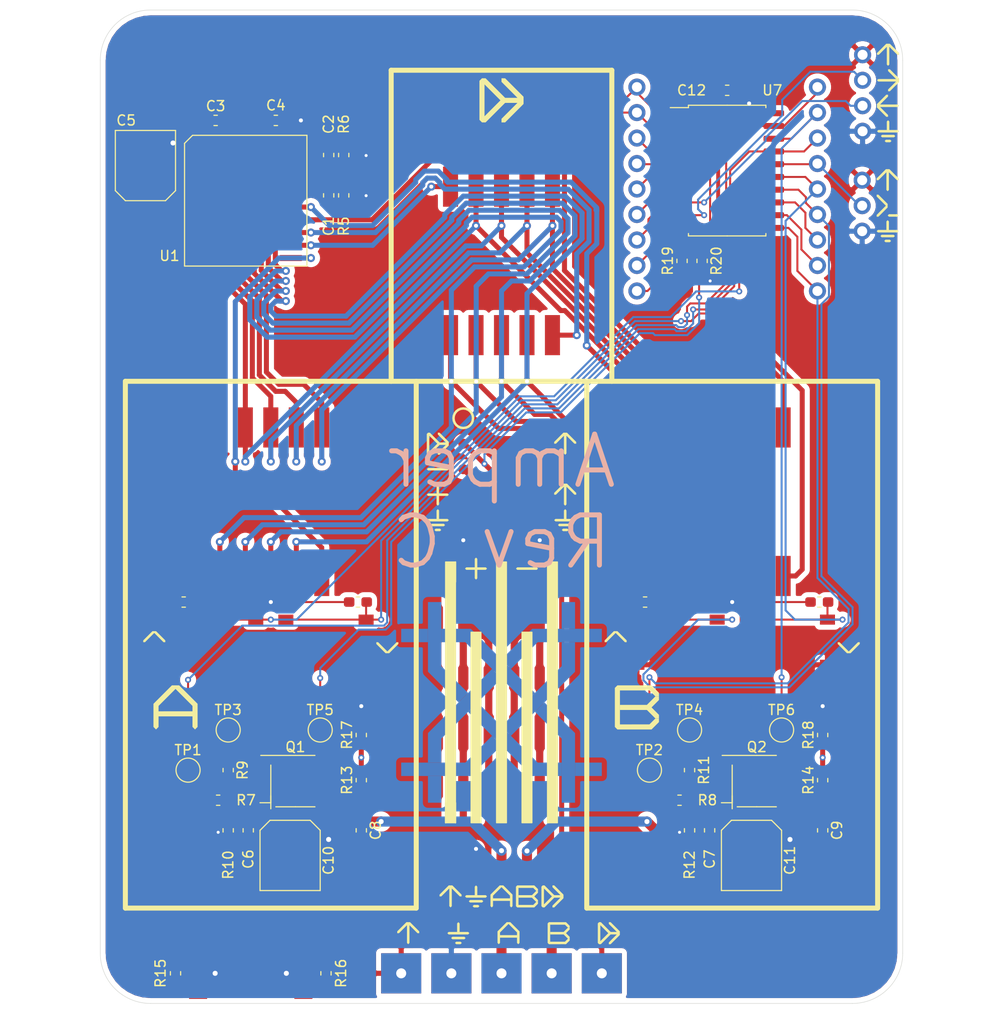
<source format=kicad_pcb>
(kicad_pcb (version 20171130) (host pcbnew 5.1.5+dfsg1-2build2)
  (layers (0 F.Cu signal) (31 B.Cu signal) (34 B.Paste user) (35 F.Paste user) (36 B.SilkS user hide) (37 F.SilkS user) (38 B.Mask user) (39 F.Mask user) (44 Edge.Cuts user))
  (net 0 "")
  (net 1 GND)
  (net 2 +5V)
  (net 3 /OutDigit2)
  (net 4 /OutDigit1)
  (net 5 /SEG8)
  (net 6 /SourceBDigit2)
  (net 7 /SEG7)
  (net 8 /SourceBDigit1)
  (net 9 /SEG6)
  (net 10 /SourceADigit2)
  (net 11 /SEG5)
  (net 12 /SourceADigit1)
  (net 13 /SEG4)
  (net 14 /SEG3)
  (net 15 /SEG2)
  (net 16 /SEG1)
  (net 17 "Net-(C6-Pad1)")
  (net 18 /SourceAOut)
  (net 19 /SourceBOut)
  (net 20 /R1)
  (net 21 /R2)
  (net 22 /R3)
  (net 23 /ResultAdc)
  (net 24 /R4)
  (net 25 /R5)
  (net 26 /V+)
  (net 27 /V-)
  (net 28 /AtProg)
  (net 29 /UartRx)
  (net 30 /UartTx)
  (net 31 /SourceAPwm)
  (net 32 /SourceBPwm)
  (net 33 /Tm1637Clk)
  (net 34 /Tm1637Dio)
  (net 35 "Net-(C7-Pad1)")
  (net 36 "Net-(J4-PadB5)")
  (net 37 "Net-(J4-PadA5)")
  (net 38 "Net-(U1-Pad20)")
  (net 39 "Net-(U1-Pad19)")
  (net 40 "Net-(J4-PadS1)")
  (net 41 /SourceAUp)
  (net 42 /SourceADn)
  (net 43 /SourceBUp)
  (net 44 /SourceBDn)
  (net 45 "Net-(J4-PadS3)")
  (net 46 "Net-(J4-PadS4)")
  (net 47 "Net-(J4-PadS2)")
  (net 48 "Net-(J8-Pad1)")
  (net 49 "Net-(J8-Pad4)")
  (net 50 "Net-(J8-Pad5)")
  (net 51 "Net-(J8-Pad6)")
  (net 52 /SourceAAdc)
  (net 53 /SourceBAdc)
  (net 54 "Net-(U5-Pad7)")
  (net 55 /ResultOut)
  (module amper:VT1H100M-CRD54 (layer F.Cu) (at -21.075 35.75)
    (fp_text reference C10 (at 3.825 -0.005 90) (layer F.SilkS))
    (fp_text value 10uF)
    (pad 2 smd rect (at 0 2) (size 0.8 2.7) (layers F.Cu F.Paste F.Mask) (net 1 GND))
    (pad 1 smd rect (at 0 -2) (size 0.8 2.7) (layers F.Cu F.Paste F.Mask) (net 18 /SourceAOut))
  )
  (module amper:pcb_logo_small (layer B.Cu) (at 0 20)
    (fp_text reference svg2mod hide)
    (fp_text value G*** hide)
    (fp_poly (pts (xy -5.999727 10) (xy -7.333496 10) (xy -7.333496 7.333496) (xy -6.000244 7.333496) (xy -5.999727 10)) (layer B.Cu) (width 0))
    (fp_poly (pts (xy 5.999931 10) (xy 5.999931 8.000138) (xy 5.999931 7.333517) (xy 5.999931 5.999931) (xy 5.999931 5.33331) (xy 5.999931 3.609398) (xy 4.276019 1.885831) (xy 4.276372 1.885478) (xy 3.333456 0.942907) (xy 4.275683 0.000336) (xy 4.276035 -0.000016) (xy 5.218951 0.942899) (xy 5.218598 0.943252) (xy 7.333181 3.05749) (xy 7.333181 5.33331) (xy 7.333181 5.999931) (xy 7.333181 7.333173) (xy 7.333181 7.333517) (xy 7.333181 8.000138) (xy 7.333181 10) (xy 5.999931 10)) (layer B.Cu) (width 0))
    (fp_poly (pts (xy -10 7.333517) (xy -10 5.999931) (xy -3.609398 5.999931) (xy -0.942915 3.333448) (xy 0 4.276363) (xy -3.057498 7.333517) (xy -10 7.333517)) (layer B.Cu) (width 0))
    (fp_poly (pts (xy 3.057154 7.333517) (xy 0.471285 4.747649) (xy 0 4.276363) (xy -0.942915 3.333448) (xy -1.414201 2.861818) (xy -2.390533 1.885831) (xy -3.333448 0.942915) (xy -2.390533 0.000345) (xy -1.447962 0.942915) (xy -1.44761 0.942915) (xy -0.471622 1.919248) (xy 0.000008 2.390533) (xy 0.942923 3.333448) (xy 1.414209 3.804734) (xy 3.609406 5.999931) (xy 4.666353 5.999931) (xy 4.666706 5.999931) (xy 5.999603 5.999931) (xy 5.999603 7.333173) (xy 4.666706 7.333173) (xy 4.666706 7.333525) (xy 3.057154 7.333517)) (layer B.Cu) (width 0))
    (fp_poly (pts (xy 8.666414 7.333517) (xy 8.666414 7.333164) (xy 7.333172 7.333164) (xy 7.333172 5.999923) (xy 8.666414 5.999923) (xy 10 5.999923) (xy 10 7.333509) (xy 8.666414 7.333517)) (layer B.Cu) (width 0))
    (fp_poly (pts (xy -7.333517 5.999587) (xy -7.333517 4.66669) (xy -7.333517 4.666337) (xy -7.333517 3.05749) (xy -4.747649 0.471622) (xy -4.276363 0.000336) (xy -4.276363 -0.000016) (xy -3.333448 -0.942587) (xy -3.333095 -0.94294) (xy -2.86181 -1.414225) (xy -1.885478 -2.390213) (xy -1.885478 -2.390566) (xy -0.942907 -3.333137) (xy -0.000336 -2.390566) (xy -0.942907 -1.447651) (xy -1.919239 -0.471318) (xy -2.390525 -0.000033) (xy -2.390525 0.00032) (xy -3.333448 0.942915) (xy -3.804734 1.414201) (xy -5.999931 3.609398) (xy -5.999931 4.66669) (xy -6.000284 4.66669) (xy -6.000284 5.999587) (xy -7.333517 5.999587)) (layer B.Cu) (width 0))
    (fp_poly (pts (xy 0.942915 3.333448) (xy 0 2.390533) (xy 0.942915 1.447962) (xy 1.918903 0.47163) (xy 2.390533 0) (xy 3.333104 -0.942571) (xy 3.333104 -0.942923) (xy 3.804733 -1.414209) (xy 5.999931 -3.609406) (xy 5.999931 -4.666698) (xy 5.999578 -4.666698) (xy 5.999578 -5.999939) (xy 5.999931 -5.999939) (xy 7.332828 -5.999939) (xy 7.332828 -4.666698) (xy 7.333181 -4.666698) (xy 7.333181 -3.057162) (xy 4.747312 -0.471294) (xy 4.276027 -0.000008) (xy 4.275674 0.000345) (xy 3.333448 0.942915) (xy 3.333095 0.942915) (xy 2.86181 1.414201) (xy 1.885477 2.390533) (xy 0.942915 3.333448)) (layer B.Cu) (width 0))
    (fp_poly (pts (xy -4.276363 0) (xy -5.218934 -0.942571) (xy -7.333517 -3.057154) (xy -7.333517 -5.33331) (xy -7.333517 -5.999931) (xy -7.333517 -7.333172) (xy -7.333517 -7.999794) (xy -7.333517 -10) (xy -5.999931 -10) (xy -5.999931 -7.999794) (xy -5.999931 -7.333172) (xy -5.999931 -5.999931) (xy -5.999931 -5.33331) (xy -5.999931 -3.609398) (xy -4.276363 -1.885486) (xy -4.276363 -1.885133) (xy -3.333448 -0.942562) (xy -4.276363 0)) (layer B.Cu) (width 0))
    (fp_poly (pts (xy 2.390533 0) (xy 1.447962 -0.942915) (xy 1.447609 -0.942915) (xy 0.471277 -1.918903) (xy -0.000008 -2.390533) (xy -0.000361 -2.390533) (xy -0.942932 -3.333104) (xy -1.414217 -3.804733) (xy -3.609415 -5.999931) (xy -4.666706 -5.999931) (xy -5.999948 -5.999931) (xy -5.999948 -7.333172) (xy -4.666706 -7.333172) (xy -3.057515 -7.333172) (xy -0.471647 -4.747304) (xy -0.000361 -4.275674) (xy -0.000008 -4.276027) (xy 0.942562 -3.333456) (xy 0.942562 -3.333104) (xy 1.414192 -2.861818) (xy 2.390525 -1.885486) (xy 3.333095 -0.942915) (xy 3.333095 -0.942562) (xy 2.390533 0)) (layer B.Cu) (width 0))
    (fp_poly (pts (xy 0.942571 -3.333448) (xy 0 -4.276019) (xy 0.942915 -5.218934) (xy 3.057154 -7.333172) (xy 5.33331 -7.333172) (xy 5.999931 -7.333172) (xy 7.333172 -7.333172) (xy 7.999794 -7.333172) (xy 10 -7.333172) (xy 10 -5.999931) (xy 7.999794 -5.999931) (xy 7.333172 -5.999931) (xy 7.33282 -5.999931) (xy 5.999923 -5.999931) (xy 5.99957 -5.999931) (xy 5.333294 -5.999931) (xy 3.609381 -5.999931) (xy 1.885469 -4.276019) (xy 0.942571 -3.333448)) (layer B.Cu) (width 0))
    (fp_poly (pts (xy -10 -5.999931) (xy -10 -7.333172) (xy -8.666759 -7.333172) (xy -7.333517 -7.333172) (xy -7.333517 -5.999931) (xy -8.666759 -5.999931) (xy -10 -5.999931)) (layer B.Cu) (width 0))
    (fp_poly (pts (xy 5.999586 -7.333517) (xy 5.999586 -8.666758) (xy 5.999939 -8.666758) (xy 5.999939 -10) (xy 7.333181 -10) (xy 7.333181 -8.666414) (xy 7.332828 -8.666414) (xy 7.332828 -7.333517) (xy 5.999586 -7.333517)) (layer B.Cu) (width 0))
  )
  (module amper:LargeOutput (layer F.Cu) (at 0 -40)
    (fp_text reference svg2mod hide)
    (fp_text value G*** hide)
  )
  (module amper:LargeB (layer F.Cu) (at 13.5 20.5)
    (fp_text reference svg2mod hide)
    (fp_text value G*** hide)
  )
  (module amper:LargeA (layer F.Cu) (at -32.5 20.5)
    (fp_text reference svg2mod hide)
    (fp_text value G*** hide)
  )
  (module amper:MC-303S (layer F.Cu) (at -25 45)
    (fp_text reference J4 hide)
    (fp_text value USB_C_Receptacle_USB2.0)
    (pad S3 smd rect (at -5.25 3.95) (size 1.8 1.2) (layers F.Cu F.Paste F.Mask) (net 45 "Net-(J4-PadS3)"))
    (pad S4 smd rect (at 5.25 3.95) (size 1.8 1.2) (layers F.Cu F.Paste F.Mask) (net 46 "Net-(J4-PadS4)"))
    (pad S1 smd rect (at -5.25 0.35) (size 1.8 1) (layers F.Cu F.Paste F.Mask) (net 40 "Net-(J4-PadS1)"))
    (pad S2 smd rect (at 5.25 0.35) (size 1.8 1) (layers F.Cu F.Paste F.Mask) (net 47 "Net-(J4-PadS2)"))
    (pad A1 smd rect (at 2.75 0) (size 0.9 1.2) (layers F.Cu F.Paste F.Mask) (net 1 GND))
    (pad B1 smd rect (at -2.75 0) (size 0.9 1.2) (layers F.Cu F.Paste F.Mask) (net 1 GND))
    (pad A9 smd rect (at 1.52 0) (size 0.8 1.2) (layers F.Cu F.Paste F.Mask) (net 2 +5V))
    (pad B9 smd rect (at -1.52 0) (size 0.8 1.2) (layers F.Cu F.Paste F.Mask) (net 2 +5V))
    (pad B5 smd rect (at -0.5 0) (size 0.7 1.2) (layers F.Cu F.Paste F.Mask) (net 36 "Net-(J4-PadB5)"))
    (pad A5 smd rect (at 0.5 0) (size 0.7 1.2) (layers F.Cu F.Paste F.Mask) (net 37 "Net-(J4-PadA5)"))
  )
  (module amper:SLS0392FB4A1GD (layer F.Cu) (at 0 -24)
    (fp_text reference U2 hide)
    (fp_text value HDSM-441B)
    (pad 10 smd rect (at -5.08 -7.4) (size 1.5 4) (layers F.Cu F.Paste F.Mask) (net 4 /OutDigit1))
    (pad 1 smd rect (at -5.08 7.4) (size 1.5 4) (layers F.Cu F.Paste F.Mask) (net 16 /SEG1))
    (pad 9 smd rect (at -2.54 -7.4) (size 1.5 4) (layers F.Cu F.Paste F.Mask) (net 5 /SEG8))
    (pad 2 smd rect (at -2.54 7.4) (size 1.5 4) (layers F.Cu F.Paste F.Mask) (net 15 /SEG2))
    (pad 8 smd rect (at 0 -7.4) (size 1.5 4) (layers F.Cu F.Paste F.Mask) (net 7 /SEG7))
    (pad 3 smd rect (at 0 7.4) (size 1.5 4) (layers F.Cu F.Paste F.Mask) (net 14 /SEG3))
    (pad 7 smd rect (at 2.54 -7.4) (size 1.5 4) (layers F.Cu F.Paste F.Mask) (net 9 /SEG6))
    (pad 4 smd rect (at 2.54 7.4) (size 1.5 4) (layers F.Cu F.Paste F.Mask) (net 13 /SEG4))
    (pad 6 smd rect (at 5.08 -7.4) (size 1.5 4) (layers F.Cu F.Paste F.Mask) (net 11 /SEG5))
    (pad 5 smd rect (at 5.08 7.4) (size 1.5 4) (layers F.Cu F.Paste F.Mask) (net 3 /OutDigit2))
  )
  (module amper:SLS0392FB4A1GD (layer F.Cu) (at -23 0)
    (fp_text reference U3 hide)
    (fp_text value HDSM-441B)
    (pad 10 smd rect (at -5.08 -7.4) (size 1.5 4) (layers F.Cu F.Paste F.Mask) (net 12 /SourceADigit1))
    (pad 1 smd rect (at -5.08 7.4) (size 1.5 4) (layers F.Cu F.Paste F.Mask) (net 16 /SEG1))
    (pad 9 smd rect (at -2.54 -7.4) (size 1.5 4) (layers F.Cu F.Paste F.Mask) (net 5 /SEG8))
    (pad 2 smd rect (at -2.54 7.4) (size 1.5 4) (layers F.Cu F.Paste F.Mask) (net 15 /SEG2))
    (pad 8 smd rect (at 0 -7.4) (size 1.5 4) (layers F.Cu F.Paste F.Mask) (net 7 /SEG7))
    (pad 3 smd rect (at 0 7.4) (size 1.5 4) (layers F.Cu F.Paste F.Mask) (net 14 /SEG3))
    (pad 7 smd rect (at 2.54 -7.4) (size 1.5 4) (layers F.Cu F.Paste F.Mask) (net 9 /SEG6))
    (pad 4 smd rect (at 2.54 7.4) (size 1.5 4) (layers F.Cu F.Paste F.Mask) (net 13 /SEG4))
    (pad 6 smd rect (at 5.08 -7.4) (size 1.5 4) (layers F.Cu F.Paste F.Mask) (net 11 /SEG5))
    (pad 5 smd rect (at 5.08 7.4) (size 1.5 4) (layers F.Cu F.Paste F.Mask) (net 10 /SourceADigit2))
  )
  (module Capacitor_SMD:C_0603_1608Metric_Pad1.05x0.95mm_HandSolder (layer F.Cu) (at 32.02 32.75 270)
    (fp_text reference C9 (at 0 -1.43 90) (layer F.SilkS))
    (fp_text value 1u)
    (pad 2 smd roundrect (at 0.875 0 270) (size 1.05 0.95) (layers F.Cu F.Paste F.Mask) (net 1 GND))
    (pad 1 smd roundrect (at -0.875 0 270) (size 1.05 0.95) (layers F.Cu F.Paste F.Mask) (net 19 /SourceBOut))
  )
  (module TestPoint:TestPoint_Pad_D2.0mm (layer F.Cu) (at 27.925 22.75)
    (fp_text reference TP6 (at 0 -1.998) (layer F.SilkS))
    (fp_text value TestPoint)
    (pad 1 smd circle (at 0 0) (size 2 2) (layers F.Cu F.Mask) (net 19 /SourceBOut))
  )
  (module TestPoint:TestPoint_Pad_D2.0mm (layer F.Cu) (at 18.75 22.75)
    (fp_text reference TP4 (at 0 -1.998) (layer F.SilkS))
    (fp_text value TestPoint)
    (pad 1 smd circle (at 0 0) (size 2 2) (layers F.Cu F.Mask) (net 35 "Net-(C7-Pad1)"))
  )
  (module Resistor_SMD:R_0603_1608Metric_Pad1.05x0.95mm_HandSolder (layer F.Cu) (at 32.02 27.75 90)
    (fp_text reference R14 (at 0 -1.43 90) (layer F.SilkS))
    (fp_text value 500)
    (pad 2 smd roundrect (at 0.875 0 90) (size 1.05 0.95) (layers F.Cu F.Paste F.Mask) (net 53 /SourceBAdc))
    (pad 1 smd roundrect (at -0.875 0 90) (size 1.05 0.95) (layers F.Cu F.Paste F.Mask) (net 19 /SourceBOut))
  )
  (module Capacitor_SMD:C_0603_1608Metric_Pad1.05x0.95mm_HandSolder (layer F.Cu) (at 20.75 32.75 270)
    (fp_text reference C7 (at 1.795 0 90) (layer F.SilkS) (effects (justify right)))
    (fp_text value 1u)
    (pad 2 smd roundrect (at 0.875 0 270) (size 1.05 0.95) (layers F.Cu F.Paste F.Mask) (net 1 GND))
    (pad 1 smd roundrect (at -0.875 0 270) (size 1.05 0.95) (layers F.Cu F.Paste F.Mask) (net 35 "Net-(C7-Pad1)"))
  )
  (module Resistor_SMD:R_0603_1608Metric_Pad1.05x0.95mm_HandSolder (layer F.Cu) (at 18.75 26.75 270)
    (fp_text reference R11 (at 0 -1.43 90) (layer F.SilkS))
    (fp_text value 12k)
    (pad 2 smd roundrect (at 0.875 0 270) (size 1.05 0.95) (layers F.Cu F.Paste F.Mask) (net 35 "Net-(C7-Pad1)"))
    (pad 1 smd roundrect (at -0.875 0 270) (size 1.05 0.95) (layers F.Cu F.Paste F.Mask) (net 2 +5V))
  )
  (module TestPoint:TestPoint_Pad_D2.0mm (layer F.Cu) (at 14.75 26.75)
    (fp_text reference TP2 (at 0 -1.998) (layer F.SilkS))
    (fp_text value TestPoint)
    (pad 1 smd circle (at 0 0) (size 2 2) (layers F.Cu F.Mask) (net 32 /SourceBPwm))
  )
  (module Resistor_SMD:R_0603_1608Metric_Pad1.05x0.95mm_HandSolder (layer F.Cu) (at 17.75 29.75 180)
    (fp_text reference R8 (at -1.7 0.005) (layer F.SilkS) (effects (justify left)))
    (fp_text value 15k)
    (pad 2 smd roundrect (at 0.875 0 180) (size 1.05 0.95) (layers F.Cu F.Paste F.Mask) (net 32 /SourceBPwm))
    (pad 1 smd roundrect (at -0.875 0 180) (size 1.05 0.95) (layers F.Cu F.Paste F.Mask) (net 35 "Net-(C7-Pad1)"))
  )
  (module Resistor_SMD:R_0603_1608Metric_Pad1.05x0.95mm_HandSolder (layer F.Cu) (at 18.75 32.75 270)
    (fp_text reference R12 (at 1.895 0 90) (layer F.SilkS) (effects (justify right)))
    (fp_text value 20k)
    (pad 2 smd roundrect (at 0.875 0 270) (size 1.05 0.95) (layers F.Cu F.Paste F.Mask) (net 1 GND))
    (pad 1 smd roundrect (at -0.875 0 270) (size 1.05 0.95) (layers F.Cu F.Paste F.Mask) (net 35 "Net-(C7-Pad1)"))
  )
  (module Package_SO:SOIC-8_3.9x4.9mm_P1.27mm (layer F.Cu) (at 25.45 27.845)
    (fp_text reference Q2 (at 0 -3.4) (layer F.SilkS))
    (fp_text value FDS9435A)
    (pad 8 smd roundrect (at 2.475 -1.905) (size 1.95 0.6) (layers F.Cu F.Paste F.Mask) (net 19 /SourceBOut))
    (pad 7 smd roundrect (at 2.475 -0.635) (size 1.95 0.6) (layers F.Cu F.Paste F.Mask) (net 19 /SourceBOut))
    (pad 6 smd roundrect (at 2.475 0.635) (size 1.95 0.6) (layers F.Cu F.Paste F.Mask) (net 19 /SourceBOut))
    (pad 5 smd roundrect (at 2.475 1.905) (size 1.95 0.6) (layers F.Cu F.Paste F.Mask) (net 19 /SourceBOut))
    (pad 4 smd roundrect (at -2.475 1.905) (size 1.95 0.6) (layers F.Cu F.Paste F.Mask) (net 35 "Net-(C7-Pad1)"))
    (pad 3 smd roundrect (at -2.475 0.635) (size 1.95 0.6) (layers F.Cu F.Paste F.Mask) (net 2 +5V))
    (pad 2 smd roundrect (at -2.475 -0.635) (size 1.95 0.6) (layers F.Cu F.Paste F.Mask) (net 2 +5V))
    (pad 1 smd roundrect (at -2.475 -1.905) (size 1.95 0.6) (layers F.Cu F.Paste F.Mask) (net 2 +5V))
  )
  (module amper:VT1H100M-CRD54 (layer F.Cu) (at 24.925 35.75)
    (fp_text reference C11 (at 3.825 -0.005 90) (layer F.SilkS))
    (fp_text value 10uF)
    (pad 2 smd rect (at 0 2) (size 0.8 2.7) (layers F.Cu F.Paste F.Mask) (net 1 GND))
    (pad 1 smd rect (at 0 -2) (size 0.8 2.7) (layers F.Cu F.Paste F.Mask) (net 19 /SourceBOut))
  )
  (module TestPoint:TestPoint_Pad_D2.0mm (layer F.Cu) (at -18.075 22.75)
    (fp_text reference TP5 (at 0 -1.998) (layer F.SilkS))
    (fp_text value TestPoint)
    (pad 1 smd circle (at 0 0) (size 2 2) (layers F.Cu F.Mask) (net 18 /SourceAOut))
  )
  (module TestPoint:TestPoint_Pad_D2.0mm (layer F.Cu) (at -27.25 22.75)
    (fp_text reference TP3 (at 0 -1.998) (layer F.SilkS))
    (fp_text value TestPoint)
    (pad 1 smd circle (at 0 0) (size 2 2) (layers F.Cu F.Mask) (net 17 "Net-(C6-Pad1)"))
  )
  (module Capacitor_SMD:C_0603_1608Metric_Pad1.05x0.95mm_HandSolder (layer F.Cu) (at -13.98 32.75 270)
    (fp_text reference C8 (at 0 -1.43 90) (layer F.SilkS))
    (fp_text value 1u)
    (pad 2 smd roundrect (at 0.875 0 270) (size 1.05 0.95) (layers F.Cu F.Paste F.Mask) (net 1 GND))
    (pad 1 smd roundrect (at -0.875 0 270) (size 1.05 0.95) (layers F.Cu F.Paste F.Mask) (net 18 /SourceAOut))
  )
  (module Resistor_SMD:R_0603_1608Metric_Pad1.05x0.95mm_HandSolder (layer F.Cu) (at -28.25 29.75 180)
    (fp_text reference R7 (at -1.7 0.005) (layer F.SilkS) (effects (justify left)))
    (fp_text value 15k)
    (pad 2 smd roundrect (at 0.875 0 180) (size 1.05 0.95) (layers F.Cu F.Paste F.Mask) (net 31 /SourceAPwm))
    (pad 1 smd roundrect (at -0.875 0 180) (size 1.05 0.95) (layers F.Cu F.Paste F.Mask) (net 17 "Net-(C6-Pad1)"))
  )
  (module Resistor_SMD:R_0603_1608Metric_Pad1.05x0.95mm_HandSolder (layer F.Cu) (at -13.98 27.75 90)
    (fp_text reference R13 (at 0 -1.43 90) (layer F.SilkS))
    (fp_text value 500)
    (pad 2 smd roundrect (at 0.875 0 90) (size 1.05 0.95) (layers F.Cu F.Paste F.Mask) (net 52 /SourceAAdc))
    (pad 1 smd roundrect (at -0.875 0 90) (size 1.05 0.95) (layers F.Cu F.Paste F.Mask) (net 18 /SourceAOut))
  )
  (module TestPoint:TestPoint_Pad_D2.0mm (layer F.Cu) (at -31.25 26.75)
    (fp_text reference TP1 (at 0 -1.998) (layer F.SilkS))
    (fp_text value TestPoint)
    (pad 1 smd circle (at 0 0) (size 2 2) (layers F.Cu F.Mask) (net 31 /SourceAPwm))
  )
  (module Resistor_SMD:R_0603_1608Metric_Pad1.05x0.95mm_HandSolder (layer F.Cu) (at -27.25 32.75 270)
    (fp_text reference R10 (at 1.895 0 90) (layer F.SilkS) (effects (justify right)))
    (fp_text value 20k)
    (pad 2 smd roundrect (at 0.875 0 270) (size 1.05 0.95) (layers F.Cu F.Paste F.Mask) (net 1 GND))
    (pad 1 smd roundrect (at -0.875 0 270) (size 1.05 0.95) (layers F.Cu F.Paste F.Mask) (net 17 "Net-(C6-Pad1)"))
  )
  (module Package_SO:SOIC-8_3.9x4.9mm_P1.27mm (layer F.Cu) (at -20.55 27.845)
    (fp_text reference Q1 (at 0 -3.4) (layer F.SilkS))
    (fp_text value FDS9435A)
    (pad 8 smd roundrect (at 2.475 -1.905) (size 1.95 0.6) (layers F.Cu F.Paste F.Mask) (net 18 /SourceAOut))
    (pad 7 smd roundrect (at 2.475 -0.635) (size 1.95 0.6) (layers F.Cu F.Paste F.Mask) (net 18 /SourceAOut))
    (pad 6 smd roundrect (at 2.475 0.635) (size 1.95 0.6) (layers F.Cu F.Paste F.Mask) (net 18 /SourceAOut))
    (pad 5 smd roundrect (at 2.475 1.905) (size 1.95 0.6) (layers F.Cu F.Paste F.Mask) (net 18 /SourceAOut))
    (pad 4 smd roundrect (at -2.475 1.905) (size 1.95 0.6) (layers F.Cu F.Paste F.Mask) (net 17 "Net-(C6-Pad1)"))
    (pad 3 smd roundrect (at -2.475 0.635) (size 1.95 0.6) (layers F.Cu F.Paste F.Mask) (net 2 +5V))
    (pad 2 smd roundrect (at -2.475 -0.635) (size 1.95 0.6) (layers F.Cu F.Paste F.Mask) (net 2 +5V))
    (pad 1 smd roundrect (at -2.475 -1.905) (size 1.95 0.6) (layers F.Cu F.Paste F.Mask) (net 2 +5V))
  )
  (module Capacitor_SMD:C_0603_1608Metric_Pad1.05x0.95mm_HandSolder (layer F.Cu) (at -25.25 32.75 270)
    (fp_text reference C6 (at 1.795 0 90) (layer F.SilkS) (effects (justify right)))
    (fp_text value 1u)
    (pad 2 smd roundrect (at 0.875 0 270) (size 1.05 0.95) (layers F.Cu F.Paste F.Mask) (net 1 GND))
    (pad 1 smd roundrect (at -0.875 0 270) (size 1.05 0.95) (layers F.Cu F.Paste F.Mask) (net 17 "Net-(C6-Pad1)"))
  )
  (module Resistor_SMD:R_0603_1608Metric_Pad1.05x0.95mm_HandSolder (layer F.Cu) (at -27.25 26.75 270)
    (fp_text reference R9 (at 0 -1.43 90) (layer F.SilkS))
    (fp_text value 12k)
    (pad 2 smd roundrect (at 0.875 0 270) (size 1.05 0.95) (layers F.Cu F.Paste F.Mask) (net 17 "Net-(C6-Pad1)"))
    (pad 1 smd roundrect (at -0.875 0 270) (size 1.05 0.95) (layers F.Cu F.Paste F.Mask) (net 2 +5V))
  )
  (module Resistor_SMD:R_0603_1608Metric_Pad1.05x0.95mm_HandSolder (layer F.Cu) (at 14.31467 10 180)
    (fp_text reference R3 hide)
    (fp_text value 10K)
    (pad 2 smd roundrect (at 0.875 0 180) (size 1.05 0.95) (layers F.Cu F.Paste F.Mask) (net 43 /SourceBUp))
    (pad 1 smd roundrect (at -0.875 0 180) (size 1.05 0.95) (layers F.Cu F.Paste F.Mask) (net 1 GND))
  )
  (module amper:SLS0392FB4A1GD (layer F.Cu) (at 23 0)
    (fp_text reference U4 hide)
    (fp_text value HDSM-441B)
    (pad 10 smd rect (at -5.08 -7.4) (size 1.5 4) (layers F.Cu F.Paste F.Mask) (net 8 /SourceBDigit1))
    (pad 1 smd rect (at -5.08 7.4) (size 1.5 4) (layers F.Cu F.Paste F.Mask) (net 16 /SEG1))
    (pad 9 smd rect (at -2.54 -7.4) (size 1.5 4) (layers F.Cu F.Paste F.Mask) (net 5 /SEG8))
    (pad 2 smd rect (at -2.54 7.4) (size 1.5 4) (layers F.Cu F.Paste F.Mask) (net 15 /SEG2))
    (pad 8 smd rect (at 0 -7.4) (size 1.5 4) (layers F.Cu F.Paste F.Mask) (net 7 /SEG7))
    (pad 3 smd rect (at 0 7.4) (size 1.5 4) (layers F.Cu F.Paste F.Mask) (net 14 /SEG3))
    (pad 7 smd rect (at 2.54 -7.4) (size 1.5 4) (layers F.Cu F.Paste F.Mask) (net 9 /SEG6))
    (pad 4 smd rect (at 2.54 7.4) (size 1.5 4) (layers F.Cu F.Paste F.Mask) (net 13 /SEG4))
    (pad 6 smd rect (at 5.08 -7.4) (size 1.5 4) (layers F.Cu F.Paste F.Mask) (net 11 /SEG5))
    (pad 5 smd rect (at 5.08 7.4) (size 1.5 4) (layers F.Cu F.Paste F.Mask) (net 6 /SourceBDigit2))
  )
  (module Resistor_SMD:R_0603_1608Metric_Pad1.05x0.95mm_HandSolder (layer F.Cu) (at 31.68533 10)
    (fp_text reference R4 hide)
    (fp_text value 10K)
    (pad 2 smd roundrect (at 0.875 0) (size 1.05 0.95) (layers F.Cu F.Paste F.Mask) (net 44 /SourceBDn))
    (pad 1 smd roundrect (at -0.875 0) (size 1.05 0.95) (layers F.Cu F.Paste F.Mask) (net 1 GND))
  )
  (module amper:SolderHeader (layer F.Cu) (at 0 42.8)
    (fp_text reference J7 hide)
    (fp_text value Conn_01x05 hide)
    (pad 5 thru_hole rect (at 10 4.2) (size 4 4) (drill 1) (layers *.Cu *.Mask) (net 55 /ResultOut))
    (pad 4 thru_hole rect (at 5 4.2) (size 4 4) (drill 1) (layers *.Cu *.Mask) (net 19 /SourceBOut))
    (pad 3 thru_hole rect (at 0 4.2) (size 4 4) (drill 1) (layers *.Cu *.Mask) (net 18 /SourceAOut))
    (pad 2 thru_hole rect (at -5 4.2) (size 4 4) (drill 1) (layers *.Cu *.Mask) (net 1 GND))
    (pad 1 thru_hole rect (at -10 4.2) (size 4 4) (drill 1) (layers *.Cu *.Mask) (net 2 +5V))
  )
  (module amper:2.54_2x5_alternate (layer F.Cu) (at 0 23)
    (fp_text reference J2 hide)
    (fp_text value Conn_02x05_Odd_Even hide)
    (pad 9 smd rect (at 5.08 3) (size 0.8 2) (layers F.Cu F.Paste F.Mask) (net 25 /R5))
    (pad 10 smd rect (at 5.08 -3) (size 0.8 2) (layers F.Cu F.Paste F.Mask) (net 25 /R5))
    (pad 7 smd rect (at 2.54 3) (size 0.8 2) (layers F.Cu F.Paste F.Mask) (net 24 /R4))
    (pad 8 smd rect (at 2.54 -3) (size 0.8 2) (layers F.Cu F.Paste F.Mask) (net 24 /R4))
    (pad 5 smd rect (at 0 3) (size 0.8 2) (layers F.Cu F.Paste F.Mask) (net 22 /R3))
    (pad 6 smd rect (at 0 -3) (size 0.8 2) (layers F.Cu F.Paste F.Mask) (net 22 /R3))
    (pad 3 smd rect (at -2.54 3) (size 0.8 2) (layers F.Cu F.Paste F.Mask) (net 21 /R2))
    (pad 4 smd rect (at -2.54 -3) (size 0.8 2) (layers F.Cu F.Paste F.Mask) (net 21 /R2))
    (pad 1 smd rect (at -5.08 3) (size 0.8 2) (layers F.Cu F.Paste F.Mask) (net 20 /R1))
    (pad 2 smd rect (at -5.08 -3) (size 0.8 2) (layers F.Cu F.Paste F.Mask) (net 20 /R1))
  )
  (module amper:PROG (layer F.Cu) (at 38.5 -29.5)
    (fp_text reference J5 hide)
    (fp_text value Conn_01x03 hide)
    (pad 2 thru_hole oval (at -2.54 0) (size 1.7 1.7) (drill 1) (layers *.Cu *.Mask) (net 28 /AtProg))
    (pad 3 thru_hole oval (at -2.54 2.54) (size 1.7 1.7) (drill 1) (layers *.Cu *.Mask) (net 1 GND))
    (pad 1 thru_hole circle (at -2.54 -2.54) (size 1.7 1.7) (drill 1) (layers *.Cu *.Mask) (net 2 +5V))
  )
  (module amper:UART (layer F.Cu) (at 38.54 -40.73)
    (fp_text reference J6 hide)
    (fp_text value Conn_01x04 hide)
    (pad 4 thru_hole oval (at -2.54 3.81) (size 1.7 1.7) (drill 1) (layers *.Cu *.Mask) (net 1 GND))
    (pad 2 thru_hole oval (at -2.54 -1.27) (size 1.7 1.7) (drill 1) (layers *.Cu *.Mask) (net 30 /UartTx))
    (pad 3 thru_hole oval (at -2.54 1.27) (size 1.7 1.7) (drill 1) (layers *.Cu *.Mask) (net 29 /UartRx))
    (pad 1 thru_hole circle (at -2.54 -3.81) (size 1.7 1.7) (drill 1) (layers *.Cu *.Mask) (net 2 +5V))
  )
  (module Resistor_SMD:R_0603_1608Metric_Pad1.05x0.95mm_HandSolder (layer F.Cu) (at -31.68533 10 180)
    (fp_text reference R1 hide)
    (fp_text value 10K)
    (pad 2 smd roundrect (at 0.875 0 180) (size 1.05 0.95) (layers F.Cu F.Paste F.Mask) (net 41 /SourceAUp))
    (pad 1 smd roundrect (at -0.875 0 180) (size 1.05 0.95) (layers F.Cu F.Paste F.Mask) (net 1 GND))
  )
  (module Resistor_SMD:R_0603_1608Metric_Pad1.05x0.95mm_HandSolder (layer F.Cu) (at -14.31467 10)
    (fp_text reference R2 hide)
    (fp_text value 10K)
    (pad 2 smd roundrect (at 0.875 0) (size 1.05 0.95) (layers F.Cu F.Paste F.Mask) (net 42 /SourceADn))
    (pad 1 smd roundrect (at -0.875 0) (size 1.05 0.95) (layers F.Cu F.Paste F.Mask) (net 1 GND))
  )
  (module amper:TM1637 (layer F.Cu) (at -25.5 -30 270)
    (fp_text reference U1 (at 5.5 6.5) (layer F.SilkS) (effects (justify right)))
    (fp_text value TM1637)
    (pad 10 smd rect (at 5.715 4.5 270) (size 0.6 2.2) (layers F.Cu F.Paste F.Mask) (net 12 /SourceADigit1))
    (pad 11 smd rect (at 5.715 -4.5 270) (size 0.6 2.2) (layers F.Cu F.Paste F.Mask) (net 10 /SourceADigit2))
    (pad 9 smd rect (at 4.445 4.5 270) (size 0.6 2.2) (layers F.Cu F.Paste F.Mask) (net 5 /SEG8))
    (pad 12 smd rect (at 4.445 -4.5 270) (size 0.6 2.2) (layers F.Cu F.Paste F.Mask) (net 4 /OutDigit1))
    (pad 8 smd rect (at 3.175 4.5 270) (size 0.6 2.2) (layers F.Cu F.Paste F.Mask) (net 7 /SEG7))
    (pad 13 smd rect (at 3.175 -4.5 270) (size 0.6 2.2) (layers F.Cu F.Paste F.Mask) (net 3 /OutDigit2))
    (pad 7 smd rect (at 1.905 4.5 270) (size 0.6 2.2) (layers F.Cu F.Paste F.Mask) (net 9 /SEG6))
    (pad 14 smd rect (at 1.905 -4.5 270) (size 0.6 2.2) (layers F.Cu F.Paste F.Mask) (net 6 /SourceBDigit2))
    (pad 6 smd rect (at 0.635 4.5 270) (size 0.6 2.2) (layers F.Cu F.Paste F.Mask) (net 11 /SEG5))
    (pad 15 smd rect (at 0.635 -4.5 270) (size 0.6 2.2) (layers F.Cu F.Paste F.Mask) (net 8 /SourceBDigit1))
    (pad 5 smd rect (at -0.635 4.5 270) (size 0.6 2.2) (layers F.Cu F.Paste F.Mask) (net 13 /SEG4))
    (pad 16 smd rect (at -0.635 -4.5 270) (size 0.6 2.2) (layers F.Cu F.Paste F.Mask) (net 2 +5V))
    (pad 4 smd rect (at -1.905 4.5 270) (size 0.6 2.2) (layers F.Cu F.Paste F.Mask) (net 14 /SEG3))
    (pad 17 smd rect (at -1.905 -4.5 270) (size 0.6 2.2) (layers F.Cu F.Paste F.Mask) (net 34 /Tm1637Dio))
    (pad 3 smd rect (at -3.175 4.5 270) (size 0.6 2.2) (layers F.Cu F.Paste F.Mask) (net 15 /SEG2))
    (pad 18 smd rect (at -3.175 -4.5 270) (size 0.6 2.2) (layers F.Cu F.Paste F.Mask) (net 33 /Tm1637Clk))
    (pad 2 smd rect (at -4.445 4.5 270) (size 0.6 2.2) (layers F.Cu F.Paste F.Mask) (net 16 /SEG1))
    (pad 19 smd rect (at -4.445 -4.5 270) (size 0.6 2.2) (layers F.Cu F.Paste F.Mask) (net 39 "Net-(U1-Pad19)"))
    (pad 1 smd rect (at -5.715 4.5 270) (size 0.6 2.2) (layers F.Cu F.Paste F.Mask) (net 1 GND))
    (pad 20 smd rect (at -5.715 -4.5 270) (size 0.6 2.2) (layers F.Cu F.Paste F.Mask) (net 38 "Net-(U1-Pad20)"))
  )
  (module Package_SO:SOIC-20W_7.5x12.8mm_P1.27mm (layer F.Cu) (at 22.5 -33)
    (fp_text reference U7 (at 4.5 -8) (layer F.SilkS))
    (fp_text value ATtiny1606-S)
    (pad 20 smd roundrect (at 4.65 -5.715) (size 2.05 0.6) (layers F.Cu F.Paste F.Mask) (net 1 GND))
    (pad 19 smd roundrect (at 4.65 -4.445) (size 2.05 0.6) (layers F.Cu F.Paste F.Mask) (net 31 /SourceAPwm))
    (pad 18 smd roundrect (at 4.65 -3.175) (size 2.05 0.6) (layers F.Cu F.Paste F.Mask) (net 53 /SourceBAdc))
    (pad 17 smd roundrect (at 4.65 -1.905) (size 2.05 0.6) (layers F.Cu F.Paste F.Mask) (net 52 /SourceAAdc))
    (pad 16 smd roundrect (at 4.65 -0.635) (size 2.05 0.6) (layers F.Cu F.Paste F.Mask) (net 28 /AtProg))
    (pad 15 smd roundrect (at 4.65 0.635) (size 2.05 0.6) (layers F.Cu F.Paste F.Mask) (net 44 /SourceBDn))
    (pad 14 smd roundrect (at 4.65 1.905) (size 2.05 0.6) (layers F.Cu F.Paste F.Mask) (net 43 /SourceBUp))
    (pad 13 smd roundrect (at 4.65 3.175) (size 2.05 0.6) (layers F.Cu F.Paste F.Mask) (net 42 /SourceADn))
    (pad 12 smd roundrect (at 4.65 4.445) (size 2.05 0.6) (layers F.Cu F.Paste F.Mask) (net 41 /SourceAUp))
    (pad 11 smd roundrect (at 4.65 5.715) (size 2.05 0.6) (layers F.Cu F.Paste F.Mask) (net 32 /SourceBPwm))
    (pad 10 smd roundrect (at -4.65 5.715) (size 2.05 0.6) (layers F.Cu F.Paste F.Mask) (net 48 "Net-(J8-Pad1)"))
    (pad 9 smd roundrect (at -4.65 4.445) (size 2.05 0.6) (layers F.Cu F.Paste F.Mask) (net 30 /UartTx))
    (pad 8 smd roundrect (at -4.65 3.175) (size 2.05 0.6) (layers F.Cu F.Paste F.Mask) (net 29 /UartRx))
    (pad 7 smd roundrect (at -4.65 1.905) (size 2.05 0.6) (layers F.Cu F.Paste F.Mask) (net 49 "Net-(J8-Pad4)"))
    (pad 6 smd roundrect (at -4.65 0.635) (size 2.05 0.6) (layers F.Cu F.Paste F.Mask) (net 50 "Net-(J8-Pad5)"))
    (pad 5 smd roundrect (at -4.65 -0.635) (size 2.05 0.6) (layers F.Cu F.Paste F.Mask) (net 51 "Net-(J8-Pad6)"))
    (pad 4 smd roundrect (at -4.65 -1.905) (size 2.05 0.6) (layers F.Cu F.Paste F.Mask) (net 23 /ResultAdc))
    (pad 3 smd roundrect (at -4.65 -3.175) (size 2.05 0.6) (layers F.Cu F.Paste F.Mask) (net 34 /Tm1637Dio))
    (pad 2 smd roundrect (at -4.65 -4.445) (size 2.05 0.6) (layers F.Cu F.Paste F.Mask) (net 33 /Tm1637Clk))
    (pad 1 smd roundrect (at -4.65 -5.715) (size 2.05 0.6) (layers F.Cu F.Paste F.Mask) (net 2 +5V))
  )
  (module amper:114-87-308-41-134161-generated (layer F.Cu) (at 0 -3.24)
    (fp_text reference U5 hide)
    (fp_text value "114-87-308-41-134161 (MCP602-E/P)" hide)
    (pad 8 smd circle (at 3.81 -2.54 270) (size 1 1) (layers F.Cu F.Paste F.Mask) (net 2 +5V))
    (pad 7 smd circle (at 3.81 0 270) (size 1 1) (layers F.Cu F.Paste F.Mask) (net 54 "Net-(U5-Pad7)"))
    (pad 6 smd circle (at 3.81 2.54 270) (size 1 1) (layers F.Cu F.Paste F.Mask) (net 2 +5V))
    (pad 5 smd circle (at 3.81 5.08 270) (size 1 1) (layers F.Cu F.Paste F.Mask) (net 1 GND))
    (pad 4 smd circle (at -3.81 5.08 270) (size 1 1) (layers F.Cu F.Paste F.Mask) (net 1 GND))
    (pad 3 smd circle (at -3.81 2.54 270) (size 1 1) (layers F.Cu F.Paste F.Mask) (net 26 /V+))
    (pad 2 smd circle (at -3.81 0 270) (size 1 1) (layers F.Cu F.Paste F.Mask) (net 27 /V-))
    (pad 1 smd circle (at -3.81 -2.54 270) (size 1 1) (layers F.Cu F.Paste F.Mask) (net 55 /ResultOut))
  )
  (module Capacitor_SMD:C_0603_1608Metric_Pad1.05x0.95mm_HandSolder (layer F.Cu) (at -17.23 -30.53 90)
    (fp_text reference C1 (at -2 0 90) (layer F.SilkS) (effects (justify right)))
    (fp_text value 100pF)
    (pad 2 smd roundrect (at 0.875 0 90) (size 1.05 0.95) (layers F.Cu F.Paste F.Mask) (net 34 /Tm1637Dio))
    (pad 1 smd roundrect (at -0.875 0 90) (size 1.05 0.95) (layers F.Cu F.Paste F.Mask) (net 1 GND))
  )
  (module Capacitor_SMD:C_0603_1608Metric_Pad1.05x0.95mm_HandSolder (layer F.Cu) (at -17.23 -34.55 270)
    (fp_text reference C2 (at -2 0 90) (layer F.SilkS) (effects (justify left)))
    (fp_text value 100pF)
    (pad 2 smd roundrect (at 0.875 0 270) (size 1.05 0.95) (layers F.Cu F.Paste F.Mask) (net 33 /Tm1637Clk))
    (pad 1 smd roundrect (at -0.875 0 270) (size 1.05 0.95) (layers F.Cu F.Paste F.Mask) (net 1 GND))
  )
  (module Capacitor_SMD:C_0603_1608Metric_Pad1.05x0.95mm_HandSolder (layer F.Cu) (at -28.5 -38)
    (fp_text reference C3 (at 0 -1.43) (layer F.SilkS))
    (fp_text value 100nF)
    (pad 2 smd roundrect (at 0.875 0) (size 1.05 0.95) (layers F.Cu F.Paste F.Mask) (net 2 +5V))
    (pad 1 smd roundrect (at -0.875 0) (size 1.05 0.95) (layers F.Cu F.Paste F.Mask) (net 1 GND))
  )
  (module Capacitor_SMD:C_0603_1608Metric_Pad1.05x0.95mm_HandSolder (layer F.Cu) (at -22.5 -38 180)
    (fp_text reference C4 (at 0 1.5) (layer F.SilkS))
    (fp_text value 2uF)
    (pad 2 smd roundrect (at 0.875 0 180) (size 1.05 0.95) (layers F.Cu F.Paste F.Mask) (net 2 +5V))
    (pad 1 smd roundrect (at -0.875 0 180) (size 1.05 0.95) (layers F.Cu F.Paste F.Mask) (net 1 GND))
  )
  (module amper:VT1H100M-CRD54 (layer F.Cu) (at -35.5 -34 180)
    (fp_text reference C5 (at 3 4) (layer F.SilkS) (effects (justify left)))
    (fp_text value 10uF)
    (pad 2 smd rect (at 0 2 180) (size 0.8 2.7) (layers F.Cu F.Paste F.Mask) (net 1 GND))
    (pad 1 smd rect (at 0 -2 180) (size 0.8 2.7) (layers F.Cu F.Paste F.Mask) (net 2 +5V))
  )
  (module Resistor_SMD:R_0603_1608Metric_Pad1.05x0.95mm_HandSolder (layer F.Cu) (at -15.73 -30.53 270)
    (fp_text reference R5 (at 2 0 90) (layer F.SilkS) (effects (justify right)))
    (fp_text value 10K)
    (pad 2 smd roundrect (at 0.875 0 270) (size 1.05 0.95) (layers F.Cu F.Paste F.Mask) (net 2 +5V))
    (pad 1 smd roundrect (at -0.875 0 270) (size 1.05 0.95) (layers F.Cu F.Paste F.Mask) (net 34 /Tm1637Dio))
  )
  (module Resistor_SMD:R_0603_1608Metric_Pad1.05x0.95mm_HandSolder (layer F.Cu) (at -15.73 -34.55 90)
    (fp_text reference R6 (at 2 0 90) (layer F.SilkS) (effects (justify left)))
    (fp_text value 10K)
    (pad 2 smd roundrect (at 0.875 0 90) (size 1.05 0.95) (layers F.Cu F.Paste F.Mask) (net 2 +5V))
    (pad 1 smd roundrect (at -0.875 0 90) (size 1.05 0.95) (layers F.Cu F.Paste F.Mask) (net 33 /Tm1637Clk))
  )
  (module Resistor_SMD:R_0603_1608Metric_Pad1.05x0.95mm_HandSolder (layer F.Cu) (at -32.5 47 90)
    (fp_text reference R15 (at 0 -1.5 90) (layer F.SilkS))
    (fp_text value 4.7K)
    (pad 2 smd roundrect (at 0.875 0 90) (size 1.05 0.95) (layers F.Cu F.Paste F.Mask) (net 1 GND))
    (pad 1 smd roundrect (at -0.875 0 90) (size 1.05 0.95) (layers F.Cu F.Paste F.Mask) (net 36 "Net-(J4-PadB5)"))
  )
  (module Resistor_SMD:R_0603_1608Metric_Pad1.05x0.95mm_HandSolder (layer F.Cu) (at -17.5 47 90)
    (fp_text reference R16 (at 0 1.5 90) (layer F.SilkS))
    (fp_text value 4.7K)
    (pad 2 smd roundrect (at 0.875 0 90) (size 1.05 0.95) (layers F.Cu F.Paste F.Mask) (net 1 GND))
    (pad 1 smd roundrect (at -0.875 0 90) (size 1.05 0.95) (layers F.Cu F.Paste F.Mask) (net 37 "Net-(J4-PadA5)"))
  )
  (module amper:2.54_2x5_alternate-opamp-side (layer F.Cu) (at 0 11)
    (fp_text reference J3 hide)
    (fp_text value Conn_02x05_Odd_Even hide)
    (pad 9 smd rect (at 5.08 4.144) (size 0.8 2) (layers F.Cu F.Paste F.Mask) (net 25 /R5))
    (pad 10 smd rect (at 5.08 -1.856) (size 0.8 2) (layers F.Cu F.Paste F.Mask) (net 25 /R5))
    (pad 7 smd rect (at 2.54 4.144) (size 0.8 2) (layers F.Cu F.Paste F.Mask) (net 24 /R4))
    (pad 8 smd rect (at 2.54 -1.856) (size 0.8 2) (layers F.Cu F.Paste F.Mask) (net 27 /V-))
    (pad 5 smd rect (at 0 4.144) (size 0.8 2) (layers F.Cu F.Paste F.Mask) (net 22 /R3))
    (pad 6 smd rect (at 0 -1.856) (size 0.8 2) (layers F.Cu F.Paste F.Mask) (net 22 /R3))
    (pad 3 smd rect (at -2.54 4.144) (size 0.8 2) (layers F.Cu F.Paste F.Mask) (net 21 /R2))
    (pad 4 smd rect (at -2.54 -1.856) (size 0.8 2) (layers F.Cu F.Paste F.Mask) (net 26 /V+))
    (pad 1 smd rect (at -5.08 4.144) (size 0.8 2) (layers F.Cu F.Paste F.Mask) (net 20 /R1))
    (pad 2 smd rect (at -5.08 -1.856) (size 0.8 2) (layers F.Cu F.Paste F.Mask) (net 20 /R1))
  )
  (module amper:2.54_2x5_alternate-source-side (layer F.Cu) (at 0 35)
    (fp_text reference J1 hide)
    (fp_text value Conn_02x05_Odd_Even hide)
    (pad 9 smd rect (at 5.08 1.774) (size 0.8 2) (layers F.Cu F.Paste F.Mask) (net 55 /ResultOut))
    (pad 10 smd rect (at 5.08 -4.226) (size 0.8 2) (layers F.Cu F.Paste F.Mask) (net 25 /R5))
    (pad 7 smd rect (at 2.54 1.774) (size 0.8 2) (layers F.Cu F.Paste F.Mask) (net 19 /SourceBOut))
    (pad 8 smd rect (at 2.54 -4.226) (size 0.8 2) (layers F.Cu F.Paste F.Mask) (net 24 /R4))
    (pad 5 smd rect (at 0 1.774) (size 0.8 2) (layers F.Cu F.Paste F.Mask) (net 18 /SourceAOut))
    (pad 6 smd rect (at 0 -4.226) (size 0.8 2) (layers F.Cu F.Paste F.Mask) (net 22 /R3))
    (pad 3 smd rect (at -2.54 1.774) (size 0.8 2) (layers F.Cu F.Paste F.Mask) (net 1 GND))
    (pad 4 smd rect (at -2.54 -4.226) (size 0.8 2) (layers F.Cu F.Paste F.Mask) (net 21 /R2))
    (pad 1 smd rect (at -5.08 1.774) (size 0.8 2) (layers F.Cu F.Paste F.Mask) (net 2 +5V))
    (pad 2 smd rect (at -5.08 -4.226) (size 0.8 2) (layers F.Cu F.Paste F.Mask) (net 20 /R1))
  )
  (module Capacitor_SMD:C_0603_1608Metric_Pad1.05x0.95mm_HandSolder (layer F.Cu) (at 22.5 -41 180)
    (fp_text reference C12 (at 2 0) (layer F.SilkS) (effects (justify right)))
    (fp_text value 100n)
    (pad 2 smd roundrect (at 0.875 0 180) (size 1.05 0.95) (layers F.Cu F.Paste F.Mask) (net 2 +5V))
    (pad 1 smd roundrect (at -0.875 0 180) (size 1.05 0.95) (layers F.Cu F.Paste F.Mask) (net 1 GND))
  )
  (module amper:UpSwitch (layer F.Cu) (at -29.68533 14)
    (fp_text reference SW1 hide)
    (fp_text value SW_Push hide)
    (pad 2 smd rect (at 5.18533 2.25) (size 1.5 1) (layers F.Cu F.Paste F.Mask) (net 2 +5V))
    (pad 1 smd rect (at 5.18533 -2.25) (size 1.5 1) (layers F.Cu F.Paste F.Mask) (net 41 /SourceAUp))
    (pad 1 smd rect (at -2.81467 -2.25) (size 1.5 1) (layers F.Cu F.Paste F.Mask) (net 41 /SourceAUp))
    (pad 2 smd rect (at -2.81467 2.25) (size 1.5 1) (layers F.Cu F.Paste F.Mask) (net 2 +5V))
  )
  (module amper:DnSwitch (layer F.Cu) (at -16.31467 14)
    (fp_text reference SW2 hide)
    (fp_text value SW_Push hide)
    (pad 2 smd rect (at 2.81467 2.25) (size 1.5 1) (layers F.Cu F.Paste F.Mask) (net 2 +5V))
    (pad 1 smd rect (at 2.81467 -2.25) (size 1.5 1) (layers F.Cu F.Paste F.Mask) (net 42 /SourceADn))
    (pad 1 smd rect (at -5.18533 -2.25) (size 1.5 1) (layers F.Cu F.Paste F.Mask) (net 42 /SourceADn))
    (pad 2 smd rect (at -5.18533 2.25) (size 1.5 1) (layers F.Cu F.Paste F.Mask) (net 2 +5V))
  )
  (module amper:UpSwitch (layer F.Cu) (at 16.31467 14)
    (fp_text reference SW3 hide)
    (fp_text value SW_Push hide)
    (pad 2 smd rect (at 5.18533 2.25) (size 1.5 1) (layers F.Cu F.Paste F.Mask) (net 2 +5V))
    (pad 1 smd rect (at 5.18533 -2.25) (size 1.5 1) (layers F.Cu F.Paste F.Mask) (net 43 /SourceBUp))
    (pad 1 smd rect (at -2.81467 -2.25) (size 1.5 1) (layers F.Cu F.Paste F.Mask) (net 43 /SourceBUp))
    (pad 2 smd rect (at -2.81467 2.25) (size 1.5 1) (layers F.Cu F.Paste F.Mask) (net 2 +5V))
  )
  (module amper:DnSwitch (layer F.Cu) (at 29.68533 14)
    (fp_text reference SW4 hide)
    (fp_text value SW_Push hide)
    (pad 2 smd rect (at 2.81467 2.25) (size 1.5 1) (layers F.Cu F.Paste F.Mask) (net 2 +5V))
    (pad 1 smd rect (at 2.81467 -2.25) (size 1.5 1) (layers F.Cu F.Paste F.Mask) (net 44 /SourceBDn))
    (pad 1 smd rect (at -5.18533 -2.25) (size 1.5 1) (layers F.Cu F.Paste F.Mask) (net 44 /SourceBDn))
    (pad 2 smd rect (at -5.18533 2.25) (size 1.5 1) (layers F.Cu F.Paste F.Mask) (net 2 +5V))
  )
  (module amper:PinSocket_1x09_P2.54mm_Vertical_no_silk (layer F.Cu) (at 13.5 -21 180)
    (fp_text reference J8 hide)
    (fp_text value Conn_01x09 hide)
    (pad 9 thru_hole oval (at 0 20.32 180) (size 1.7 1.7) (drill 1) (layers *.Cu *.Mask) (net 33 /Tm1637Clk))
    (pad 8 thru_hole oval (at 0 17.78 180) (size 1.7 1.7) (drill 1) (layers *.Cu *.Mask) (net 34 /Tm1637Dio))
    (pad 7 thru_hole oval (at 0 15.24 180) (size 1.7 1.7) (drill 1) (layers *.Cu *.Mask) (net 23 /ResultAdc))
    (pad 6 thru_hole oval (at 0 12.7 180) (size 1.7 1.7) (drill 1) (layers *.Cu *.Mask) (net 51 "Net-(J8-Pad6)"))
    (pad 5 thru_hole oval (at 0 10.16 180) (size 1.7 1.7) (drill 1) (layers *.Cu *.Mask) (net 50 "Net-(J8-Pad5)"))
    (pad 4 thru_hole oval (at 0 7.62 180) (size 1.7 1.7) (drill 1) (layers *.Cu *.Mask) (net 49 "Net-(J8-Pad4)"))
    (pad 3 thru_hole oval (at 0 5.08 180) (size 1.7 1.7) (drill 1) (layers *.Cu *.Mask) (net 29 /UartRx))
    (pad 2 thru_hole oval (at 0 2.54 180) (size 1.7 1.7) (drill 1) (layers *.Cu *.Mask) (net 30 /UartTx))
    (pad 1 thru_hole circle (at 0 0 180) (size 1.7 1.7) (drill 1) (layers *.Cu *.Mask) (net 48 "Net-(J8-Pad1)"))
  )
  (module amper:PinSocket_1x09_P2.54mm_Vertical_no_silk (layer F.Cu) (at 31.5 -21 180)
    (fp_text reference J9 hide)
    (fp_text value Conn_01x09 hide)
    (pad 9 thru_hole oval (at 0 20.32 180) (size 1.7 1.7) (drill 1) (layers *.Cu *.Mask) (net 31 /SourceAPwm))
    (pad 8 thru_hole oval (at 0 17.78 180) (size 1.7 1.7) (drill 1) (layers *.Cu *.Mask) (net 53 /SourceBAdc))
    (pad 7 thru_hole oval (at 0 15.24 180) (size 1.7 1.7) (drill 1) (layers *.Cu *.Mask) (net 52 /SourceAAdc))
    (pad 6 thru_hole oval (at 0 12.7 180) (size 1.7 1.7) (drill 1) (layers *.Cu *.Mask) (net 28 /AtProg))
    (pad 5 thru_hole oval (at 0 10.16 180) (size 1.7 1.7) (drill 1) (layers *.Cu *.Mask) (net 44 /SourceBDn))
    (pad 4 thru_hole oval (at 0 7.62 180) (size 1.7 1.7) (drill 1) (layers *.Cu *.Mask) (net 43 /SourceBUp))
    (pad 3 thru_hole oval (at 0 5.08 180) (size 1.7 1.7) (drill 1) (layers *.Cu *.Mask) (net 42 /SourceADn))
    (pad 2 thru_hole oval (at 0 2.54 180) (size 1.7 1.7) (drill 1) (layers *.Cu *.Mask) (net 41 /SourceAUp))
    (pad 1 thru_hole circle (at 0 0 180) (size 1.7 1.7) (drill 1) (layers *.Cu *.Mask) (net 32 /SourceBPwm))
  )
  (module Resistor_SMD:R_0603_1608Metric_Pad1.05x0.95mm_HandSolder (layer F.Cu) (at -13.98 23.25 90)
    (fp_text reference R17 (at 0 -1.43 90) (layer F.SilkS))
    (fp_text value 500)
    (pad 2 smd roundrect (at 0.875 0 90) (size 1.05 0.95) (layers F.Cu F.Paste F.Mask) (net 1 GND))
    (pad 1 smd roundrect (at -0.875 0 90) (size 1.05 0.95) (layers F.Cu F.Paste F.Mask) (net 52 /SourceAAdc))
  )
  (module Resistor_SMD:R_0603_1608Metric_Pad1.05x0.95mm_HandSolder (layer F.Cu) (at 32.02 23.25 90)
    (fp_text reference R18 (at 0 -1.43 90) (layer F.SilkS))
    (fp_text value 500)
    (pad 2 smd roundrect (at 0.875 0 90) (size 1.05 0.95) (layers F.Cu F.Paste F.Mask) (net 1 GND))
    (pad 1 smd roundrect (at -0.875 0 90) (size 1.05 0.95) (layers F.Cu F.Paste F.Mask) (net 53 /SourceBAdc))
  )
  (module Resistor_SMD:R_0603_1608Metric_Pad1.05x0.95mm_HandSolder (layer F.Cu) (at 18 -24 90)
    (fp_text reference R19 (at 0 -1.43 90) (layer F.SilkS))
    (fp_text value 10K)
    (pad 2 smd roundrect (at 0.875 0 90) (size 1.05 0.95) (layers F.Cu F.Paste F.Mask) (net 23 /ResultAdc))
    (pad 1 smd roundrect (at -0.875 0 90) (size 1.05 0.95) (layers F.Cu F.Paste F.Mask) (net 55 /ResultOut))
  )
  (module Resistor_SMD:R_0603_1608Metric_Pad1.05x0.95mm_HandSolder (layer F.Cu) (at 20 -24 270)
    (fp_text reference R20 (at 0 -1.43 90) (layer F.SilkS))
    (fp_text value 10K)
    (pad 2 smd roundrect (at 0.875 0 270) (size 1.05 0.95) (layers F.Cu F.Paste F.Mask) (net 1 GND))
    (pad 1 smd roundrect (at -0.875 0 270) (size 1.05 0.95) (layers F.Cu F.Paste F.Mask) (net 23 /ResultAdc))
  )
  (gr_poly (pts (xy 3.04 32) (xy 2.04 32) (xy 2.04 13) (xy 3.04 13)) (layer F.SilkS) (width 0.1))
  (gr_poly (pts (xy 5.58 32) (xy 4.58 32) (xy 4.58 6) (xy 5.58 6)) (layer F.SilkS) (width 0.1))
  (gr_poly (pts (xy 0.5 32) (xy -0.5 32) (xy -0.5 6) (xy 0.5 6)) (layer F.SilkS) (width 0.1))
  (gr_line (start -4.58 32) (end -4.58 30) (layer F.SilkS) (width 0.12))
  (gr_line (start -5.58 32) (end -5.58 30) (layer F.SilkS) (width 0.12))
  (gr_line (start -4.58 8) (end -4.58 6) (layer F.SilkS) (width 0.12))
  (gr_text "Amper\nRev C" (at 0 0) (layer B.SilkS) (effects (font (size 5 5) (thickness 0.5)) (justify mirror)))
  (gr_line (start -37.5 -12) (end 37.5 -12) (layer F.SilkS) (width 0.5))
  (gr_line (start -11 -43) (end -11 -12) (layer F.SilkS) (width 0.5))
  (gr_line (start 11 -43) (end -11 -43) (layer F.SilkS) (width 0.5))
  (gr_line (start 11 -12) (end 11 -43) (layer F.SilkS) (width 0.5))
  (gr_line (start 8.5 40.5) (end 37.5 40.5) (layer F.SilkS) (width 0.5))
  (gr_line (start 37.5 40.5) (end 37.5 -12) (layer F.SilkS) (width 0.5))
  (gr_line (start 8.5 -12) (end 8.5 40.5) (layer F.SilkS) (width 0.5))
  (gr_line (start -37.5 -12) (end -37.5 40.5) (layer F.SilkS) (width 0.5))
  (gr_line (start -8.5 40.5) (end -8.5 -12) (layer F.SilkS) (width 0.5))
  (gr_line (start -37.5 40.5) (end -8.5 40.5) (layer F.SilkS) (width 0.5))
  (gr_line (start 23 30) (end 23 26.25) (layer F.SilkS) (width 0.12))
  (gr_line (start 23 30.6) (end 23 29.3) (layer F.SilkS) (width 0.12))
  (gr_line (start 21.925 30) (end 23 30) (layer F.SilkS) (width 0.12))
  (gr_line (start -23 30.6) (end -23 29.3) (layer F.SilkS) (width 0.12))
  (gr_line (start -24.075 30) (end -23 30) (layer F.SilkS) (width 0.12))
  (gr_line (start -23 30) (end -23 26.25) (layer F.SilkS) (width 0.12))
  (gr_poly (pts (xy -2.04 32) (xy -3.04 32) (xy -3.04 13) (xy -2.04 13)) (layer F.SilkS) (width 0.1))
  (gr_poly (pts (xy -4.58 32) (xy -5.58 32) (xy -5.58 6) (xy -4.58 6)) (layer F.SilkS) (width 0.1))
  (gr_line (start 40 45) (end 40 -44) (layer Edge.Cuts) (width 0.05))
  (gr_line (start -35 50) (end 35 50) (layer Edge.Cuts) (width 0.05))
  (gr_line (start -40 -44) (end -40 45) (layer Edge.Cuts) (width 0.05))
  (gr_line (start 35 -49) (end -35 -49) (layer Edge.Cuts) (width 0.05))
  (gr_arc (start 35 -44) (end 40 -44) (angle -90) (layer Edge.Cuts) (width 0.05))
  (gr_arc (start 35 45) (end 35 50) (angle -90) (layer Edge.Cuts) (width 0.05))
  (gr_arc (start -35 45) (end -40 45) (angle -90) (layer Edge.Cuts) (width 0.05))
  (gr_arc (start -35 -44) (end -35 -49) (angle -90) (layer Edge.Cuts) (width 0.05))
  (segment (start 3.81 1.84) (end 3.81 3.84) (width 0.5) (layer F.Cu) (net 1))
  (segment (start -25.25 33.625) (end -27.25 33.625) (width 0.2) (layer F.Cu) (net 1))
  (via (at -17.235 33.66) (size 1) (drill 0.5) (layers F.Cu B.Cu) (net 1))
  (segment (start -14.075 33.625) (end -17.2 33.625) (width 1) (layer F.Cu) (net 1))
  (segment (start -27.25 33.625) (end -27.57 33.625) (width 0.2) (layer F.Cu) (net 1))
  (segment (start -27.57 33.625) (end -28.25 32.945) (width 0.2) (layer F.Cu) (net 1))
  (via (at -28.25 32.945) (size 0.6) (drill 0.3) (layers F.Cu B.Cu) (net 1))
  (segment (start -17.2 33.625) (end -17.235 33.66) (width 1) (layer F.Cu) (net 1))
  (segment (start -17.235 33.66) (end -21.075 37.5) (width 1) (layer F.Cu) (net 1))
  (segment (start 18.43 33.625) (end 17.75 32.945) (width 0.2) (layer F.Cu) (net 1))
  (segment (start 28.8 33.625) (end 28.765 33.66) (width 1) (layer F.Cu) (net 1))
  (segment (start 18.75 33.625) (end 18.43 33.625) (width 0.2) (layer F.Cu) (net 1))
  (segment (start 31.925 33.625) (end 28.8 33.625) (width 1) (layer F.Cu) (net 1))
  (via (at 28.765 33.66) (size 1) (drill 0.5) (layers F.Cu B.Cu) (net 1))
  (segment (start 20.75 33.625) (end 18.75 33.625) (width 0.2) (layer F.Cu) (net 1))
  (segment (start 28.765 33.66) (end 24.925 37.5) (width 1) (layer F.Cu) (net 1))
  (via (at 17.75 32.945) (size 0.6) (drill 0.3) (layers F.Cu B.Cu) (net 1))
  (segment (start -22.25 45) (end -22.2 45) (width 1) (layer F.Cu) (net 1))
  (via (at -21.45 47) (size 1) (drill 0.5) (layers F.Cu B.Cu) (net 1))
  (segment (start -21.45 45.8) (end -21.45 47) (width 1) (layer F.Cu) (net 1))
  (segment (start -22.25 45) (end -21.45 45.8) (width 1) (layer F.Cu) (net 1))
  (segment (start -27.75 45) (end -27.8 45) (width 1) (layer F.Cu) (net 1))
  (segment (start -27.75 45) (end -28.55 45.8) (width 1) (layer F.Cu) (net 1))
  (segment (start -28.55 45.8) (end -28.55 47) (width 1) (layer F.Cu) (net 1))
  (via (at -28.55 47) (size 1) (drill 0.5) (layers F.Cu B.Cu) (net 1))
  (segment (start -31.15 47) (end -28.55 47) (width 0.25) (layer F.Cu) (net 1))
  (segment (start -32.025 46.125) (end -31.15 47) (width 0.25) (layer F.Cu) (net 1))
  (segment (start -32.5 46.125) (end -32.025 46.125) (width 0.25) (layer F.Cu) (net 1))
  (segment (start -19.414998 47) (end -21.45 47) (width 0.25) (layer F.Cu) (net 1))
  (segment (start -18.539998 46.125) (end -19.414998 47) (width 0.25) (layer F.Cu) (net 1))
  (segment (start -17.5 46.125) (end -18.539998 46.125) (width 0.25) (layer F.Cu) (net 1))
  (via (at -23 10) (size 0.8) (drill 0.4) (layers F.Cu B.Cu) (net 1))
  (via (at 23 10) (size 0.8) (drill 0.4) (layers F.Cu B.Cu) (net 1))
  (segment (start -30.81033 10) (end -15.18967 10) (width 0.2) (layer F.Cu) (net 1))
  (segment (start 30.81033 10) (end 15.18967 10) (width 0.2) (layer F.Cu) (net 1))
  (segment (start -30.035 -35.75) (end -30 -35.715) (width 0.5) (layer F.Cu) (net 1))
  (segment (start -35.5 -35.75) (end -32.75 -35.75) (width 0.5) (layer F.Cu) (net 1))
  (segment (start -30 -37.375) (end -29.375 -38) (width 0.5) (layer F.Cu) (net 1))
  (segment (start -30 -35.715) (end -30 -37.375) (width 0.5) (layer F.Cu) (net 1))
  (via (at -13.5 -30.5) (size 0.6) (drill 0.3) (layers F.Cu B.Cu) (net 1))
  (segment (start -16.91 -30.5) (end -13.5 -30.5) (width 0.2) (layer F.Cu) (net 1))
  (segment (start -17.23 -30.18) (end -16.91 -30.5) (width 0.2) (layer F.Cu) (net 1))
  (segment (start -17.23 -29.655) (end -17.23 -30.18) (width 0.2) (layer F.Cu) (net 1))
  (via (at -13.5 -34.5) (size 0.6) (drill 0.3) (layers F.Cu B.Cu) (net 1))
  (segment (start -16.83 -34.5) (end -13.5 -34.5) (width 0.2) (layer F.Cu) (net 1))
  (segment (start -17.23 -34.9) (end -16.83 -34.5) (width 0.2) (layer F.Cu) (net 1))
  (segment (start -17.23 -35.425) (end -17.23 -34.9) (width 0.2) (layer F.Cu) (net 1))
  (segment (start -21.625 -38) (end -20 -38) (width 0.5) (layer F.Cu) (net 1))
  (via (at -20 -38) (size 0.8) (drill 0.4) (layers F.Cu B.Cu) (net 1))
  (segment (start 25.66 -38.715) (end 24.6875 -39.6875) (width 0.5) (layer F.Cu) (net 1))
  (segment (start 27.15 -38.715) (end 25.66 -38.715) (width 0.5) (layer F.Cu) (net 1))
  (segment (start 24.6875 -39.6875) (end 23.375 -41) (width 0.5) (layer F.Cu) (net 1))
  (via (at 24.6875 -39.6875) (size 0.8) (drill 0.4) (layers F.Cu B.Cu) (net 1))
  (segment (start -3.81 1.84) (end -3.81 3.84) (width 0.5) (layer F.Cu) (net 1))
  (segment (start -32.75 -35.75) (end -30.035 -35.75) (width 0.5) (layer F.Cu) (net 1))
  (via (at -32.75 -35.75) (size 1) (drill 0.5) (layers F.Cu B.Cu) (net 1))
  (segment (start -13.98 20.375) (end -13.98 20.375) (width 0.5) (layer F.Cu) (net 1))
  (via (at -13.98 20.375) (size 0.8) (drill 0.4) (layers F.Cu B.Cu) (net 1))
  (segment (start -13.98 22.375) (end -13.98 20.375) (width 0.5) (layer F.Cu) (net 1))
  (segment (start 32.02 22.375) (end 32.02 20.375) (width 0.5) (layer F.Cu) (net 1))
  (segment (start 32.02 20.375) (end 32.02 20.375) (width 0.5) (layer F.Cu) (net 1))
  (via (at 32.02 20.375) (size 0.8) (drill 0.4) (layers F.Cu B.Cu) (net 1))
  (via (at -3.81 3.84) (size 0.8) (drill 0.4) (layers F.Cu B.Cu) (net 1))
  (via (at 3.81 3.84) (size 0.8) (drill 0.4) (layers F.Cu B.Cu) (net 1))
  (via (at 20.8 -22) (size 0.6) (drill 0.3) (layers F.Cu B.Cu) (net 1))
  (segment (start 20 -22.8) (end 20.8 -22) (width 0.2) (layer F.Cu) (net 1))
  (segment (start 20 -23.125) (end 20 -22.8) (width 0.2) (layer F.Cu) (net 1))
  (segment (start -2.54 36.774) (end -2.54 34.6) (width 0.5) (layer F.Cu) (net 1))
  (segment (start -2.54 34.6) (end -2.54 34.6) (width 0.5) (layer F.Cu) (net 1))
  (via (at -2.54 34.6) (size 0.8) (drill 0.4) (layers F.Cu B.Cu) (net 1))
  (segment (start -26.52 45) (end -26.52 44) (width 0.8) (layer F.Cu) (net 2))
  (segment (start -23.48 45) (end -23.48 43.9) (width 0.8) (layer F.Cu) (net 2))
  (segment (start 5.08 -16.6) (end 7.5 -16.6) (width 0.5) (layer F.Cu) (net 3))
  (segment (start -21 -26.825) (end -19 -26.825) (width 0.5) (layer F.Cu) (net 3))
  (via (at -19 -26.825) (size 0.8) (drill 0.4) (layers F.Cu B.Cu) (net 3))
  (via (at 7.5 -16.6) (size 0.8) (drill 0.4) (layers F.Cu B.Cu) (net 3))
  (segment (start 7.5 -24.702148) (end 7.5 -16.6) (width 0.5) (layer B.Cu) (net 3))
  (segment (start 8.730041 -29.067813) (end 8.730041 -25.932188) (width 0.5) (layer B.Cu) (net 3))
  (segment (start 6.647813 -31.150041) (end 8.730041 -29.067813) (width 0.5) (layer B.Cu) (net 3))
  (segment (start -6.149999 -31.649999) (end -5.650041 -31.150041) (width 0.5) (layer B.Cu) (net 3))
  (segment (start -5.650041 -31.150041) (end 6.647813 -31.150041) (width 0.5) (layer B.Cu) (net 3))
  (segment (start -6.149999 -31.808001) (end -6.149999 -31.649999) (width 0.5) (layer B.Cu) (net 3))
  (segment (start -7.850001 -31.808001) (end -7.408001 -32.250001) (width 0.5) (layer B.Cu) (net 3))
  (segment (start -7.850001 -31.539961) (end -7.850001 -31.808001) (width 0.5) (layer B.Cu) (net 3))
  (segment (start 8.730041 -25.932188) (end 7.5 -24.702148) (width 0.5) (layer B.Cu) (net 3))
  (segment (start -6.591999 -32.250001) (end -6.149999 -31.808001) (width 0.5) (layer B.Cu) (net 3))
  (segment (start -12.564962 -26.825) (end -7.850001 -31.539961) (width 0.5) (layer B.Cu) (net 3))
  (segment (start -7.408001 -32.250001) (end -6.591999 -32.250001) (width 0.5) (layer B.Cu) (net 3))
  (segment (start -19 -26.825) (end -12.564962 -26.825) (width 0.5) (layer B.Cu) (net 3))
  (segment (start -5.08 -31.4) (end -7 -31.4) (width 0.5) (layer F.Cu) (net 4))
  (via (at -7 -31.4) (size 0.8) (drill 0.4) (layers F.Cu B.Cu) (net 4))
  (segment (start -21 -25.555) (end -19 -25.555) (width 0.5) (layer F.Cu) (net 4))
  (via (at -19 -25.555) (size 0.8) (drill 0.4) (layers F.Cu B.Cu) (net 4))
  (segment (start -12.845 -25.555) (end -7 -31.4) (width 0.5) (layer B.Cu) (net 4))
  (segment (start -19 -25.555) (end -12.845 -25.555) (width 0.5) (layer B.Cu) (net 4))
  (segment (start -2.54 -30.15) (end -2.54 -31.4) (width 0.5) (layer F.Cu) (net 5))
  (segment (start -25.54 -7.4) (end -25.54 -4) (width 0.5) (layer F.Cu) (net 5))
  (via (at -2.54 -27.5) (size 0.8) (drill 0.4) (layers F.Cu B.Cu) (net 5))
  (via (at -25.54 -4) (size 0.8) (drill 0.4) (layers F.Cu B.Cu) (net 5))
  (segment (start -25.54 -4.5) (end -25.54 -4) (width 0.5) (layer B.Cu) (net 5))
  (segment (start -2.54 -27.5) (end -25.54 -4.5) (width 0.5) (layer B.Cu) (net 5))
  (segment (start -2.54 -31.4) (end -2.54 -27.5) (width 0.5) (layer F.Cu) (net 5))
  (segment (start -2.54 -32.65) (end -2.54 -31.4) (width 0.5) (layer F.Cu) (net 5))
  (segment (start -27.5 -25.049929) (end -27.5 -21.645257) (width 0.5) (layer F.Cu) (net 5))
  (segment (start -28.005071 -25.555) (end -27.5 -25.049929) (width 0.5) (layer F.Cu) (net 5))
  (segment (start -30 -25.555) (end -28.005071 -25.555) (width 0.5) (layer F.Cu) (net 5))
  (segment (start -25.54 -19.685257) (end -25.54 -7.4) (width 0.5) (layer F.Cu) (net 5))
  (segment (start -27.5 -21.645257) (end -25.54 -19.685257) (width 0.5) (layer F.Cu) (net 5))
  (segment (start 5.909999 -19.050001) (end -2.54 -27.5) (width 0.5) (layer F.Cu) (net 5))
  (segment (start 15.159962 -9.9) (end 15.159962 -10.19804) (width 0.5) (layer F.Cu) (net 5))
  (segment (start 15.159962 -10.19804) (end 6.308001 -19.050001) (width 0.5) (layer F.Cu) (net 5))
  (segment (start 6.308001 -19.050001) (end 5.909999 -19.050001) (width 0.5) (layer F.Cu) (net 5))
  (segment (start 20.46 -8.65) (end 19.21 -9.9) (width 0.5) (layer F.Cu) (net 5))
  (segment (start 19.21 -9.9) (end 15.159962 -9.9) (width 0.5) (layer F.Cu) (net 5))
  (segment (start 20.46 -7.4) (end 20.46 -8.65) (width 0.5) (layer F.Cu) (net 5))
  (segment (start -12.905 -28.095) (end -21 -28.095) (width 0.5) (layer F.Cu) (net 6))
  (segment (start 6.280001 -33.760001) (end 6.190001 -33.850001) (width 0.5) (layer F.Cu) (net 6))
  (segment (start 26.390028 -14.679935) (end 14.637915 -14.679935) (width 0.5) (layer F.Cu) (net 6))
  (segment (start 29.980011 -11.089952) (end 26.390028 -14.679935) (width 0.5) (layer F.Cu) (net 6))
  (segment (start 29.980011 6.749989) (end 29.980011 -11.089952) (width 0.5) (layer F.Cu) (net 6))
  (segment (start 14.637915 -14.679935) (end 6.280001 -23.037849) (width 0.5) (layer F.Cu) (net 6))
  (segment (start 29.33 7.4) (end 29.980011 6.749989) (width 0.5) (layer F.Cu) (net 6))
  (segment (start 6.280001 -23.037849) (end 6.280001 -33.760001) (width 0.5) (layer F.Cu) (net 6))
  (segment (start 28.08 7.4) (end 29.33 7.4) (width 0.5) (layer F.Cu) (net 6))
  (segment (start -12.905 -28.095) (end -7 -34) (width 0.5) (layer F.Cu) (net 6))
  (segment (start -7 -34) (end 6 -34) (width 0.5) (layer F.Cu) (net 6))
  (segment (start 0 -30.15) (end 0 -31.4) (width 0.5) (layer F.Cu) (net 7))
  (segment (start -23 -7.4) (end -23 -4) (width 0.5) (layer F.Cu) (net 7))
  (segment (start 0 -31.4) (end 0 -27.5) (width 0.5) (layer F.Cu) (net 7))
  (via (at 0 -27.5) (size 0.8) (drill 0.4) (layers F.Cu B.Cu) (net 7))
  (via (at -23 -4) (size 0.8) (drill 0.4) (layers F.Cu B.Cu) (net 7))
  (segment (start -23 -4) (end -23 -6.050038) (width 0.5) (layer B.Cu) (net 7))
  (segment (start -23 -6.050038) (end -3.550038 -25.5) (width 0.5) (layer B.Cu) (net 7))
  (segment (start -2 -25.5) (end 0 -27.5) (width 0.5) (layer B.Cu) (net 7))
  (segment (start -3.550038 -25.5) (end -2 -25.5) (width 0.5) (layer B.Cu) (net 7))
  (segment (start -27.075061 -26.825) (end -26.750061 -26.5) (width 0.5) (layer F.Cu) (net 7))
  (segment (start -26.750061 -26.5) (end -26.750061 -21.885281) (width 0.5) (layer F.Cu) (net 7))
  (segment (start -30 -26.825) (end -27.075061 -26.825) (width 0.5) (layer F.Cu) (net 7))
  (segment (start 23 -9.9) (end 23 -7.4) (width 0.5) (layer F.Cu) (net 7))
  (segment (start 13.768062 -12.579902) (end 20.320098 -12.579902) (width 0.5) (layer F.Cu) (net 7))
  (segment (start 20.320098 -12.579902) (end 23 -9.9) (width 0.5) (layer F.Cu) (net 7))
  (segment (start 0 -26.347964) (end 13.768062 -12.579902) (width 0.5) (layer F.Cu) (net 7))
  (segment (start 0 -27.5) (end 0 -26.347964) (width 0.5) (layer F.Cu) (net 7))
  (segment (start -26.750061 -21.885281) (end -24.83999 -19.97521) (width 0.5) (layer F.Cu) (net 7))
  (segment (start -24.83999 -19.97521) (end -24.83999 -12.33999) (width 0.5) (layer F.Cu) (net 7))
  (segment (start -23 -10.5) (end -23 -7.4) (width 0.5) (layer F.Cu) (net 7))
  (segment (start -24.83999 -12.33999) (end -23 -10.5) (width 0.5) (layer F.Cu) (net 7))
  (segment (start 17.92 -7.4) (end 17.92 -6.15) (width 0.5) (layer F.Cu) (net 8))
  (segment (start -21 -29.365) (end -19 -29.365) (width 0.5) (layer F.Cu) (net 8))
  (via (at -19 -29.365) (size 0.8) (drill 0.4) (layers F.Cu B.Cu) (net 8))
  (segment (start 16.67 -7.4) (end 8.5 -15.57) (width 0.5) (layer F.Cu) (net 8))
  (segment (start 17.92 -7.4) (end 16.67 -7.4) (width 0.5) (layer F.Cu) (net 8))
  (via (at 8.5 -15.57) (size 0.8) (drill 0.4) (layers F.Cu B.Cu) (net 8))
  (segment (start 8.5 -24.712185) (end 8.5 -15.57) (width 0.5) (layer B.Cu) (net 8))
  (segment (start 9.500006 -25.712191) (end 8.5 -24.712185) (width 0.5) (layer B.Cu) (net 8))
  (segment (start 9.5 -29) (end 9.500006 -25.712191) (width 0.5) (layer B.Cu) (net 8))
  (segment (start 9.500006 -29.287811) (end 9.5 -29) (width 0.5) (layer B.Cu) (net 8))
  (segment (start -12.854914 -27.52501) (end -17.16001 -27.52501) (width 0.5) (layer B.Cu) (net 8))
  (segment (start -8.550011 -31.829913) (end -12.854914 -27.52501) (width 0.5) (layer B.Cu) (net 8))
  (segment (start -7.697954 -32.950011) (end -8.550011 -32.097954) (width 0.5) (layer B.Cu) (net 8))
  (segment (start -5.449989 -32.097954) (end -6.302046 -32.950011) (width 0.5) (layer B.Cu) (net 8))
  (segment (start -8.550011 -32.097954) (end -8.550011 -31.829913) (width 0.5) (layer B.Cu) (net 8))
  (segment (start -5.449989 -31.949989) (end -5.449989 -32.097954) (width 0.5) (layer B.Cu) (net 8))
  (segment (start -17.16001 -27.52501) (end -19 -29.365) (width 0.5) (layer B.Cu) (net 8))
  (segment (start 6.937766 -31.850051) (end -5.350051 -31.850051) (width 0.5) (layer B.Cu) (net 8))
  (segment (start 9.430049 -29.357767) (end 6.937766 -31.850051) (width 0.5) (layer B.Cu) (net 8))
  (segment (start -6.302046 -32.950011) (end -7.697954 -32.950011) (width 0.5) (layer B.Cu) (net 8))
  (segment (start 9.430049 -29.069951) (end 9.430049 -29.357767) (width 0.5) (layer B.Cu) (net 8))
  (segment (start -5.350051 -31.850051) (end -5.449989 -31.949989) (width 0.5) (layer B.Cu) (net 8))
  (segment (start 9.5 -29) (end 9.430049 -29.069951) (width 0.5) (layer B.Cu) (net 8))
  (segment (start -20.46 -7.4) (end -20.46 -4) (width 0.5) (layer F.Cu) (net 9))
  (segment (start 2.54 -31.4) (end 2.54 -27.5) (width 0.5) (layer F.Cu) (net 9))
  (via (at 2.54 -27.5) (size 0.8) (drill 0.4) (layers F.Cu B.Cu) (net 9))
  (via (at -20.46 -4) (size 0.8) (drill 0.4) (layers F.Cu B.Cu) (net 9))
  (segment (start -20.46 -4) (end -20.46 -7.600076) (width 0.5) (layer B.Cu) (net 9))
  (segment (start -20.46 -7.600076) (end -3.260086 -24.79999) (width 0.5) (layer B.Cu) (net 9))
  (segment (start -0.16001 -24.79999) (end 2.54 -27.5) (width 0.5) (layer B.Cu) (net 9))
  (segment (start -3.260086 -24.79999) (end -0.16001 -24.79999) (width 0.5) (layer B.Cu) (net 9))
  (segment (start 25.54 -12) (end 25.54 -7.4) (width 0.5) (layer F.Cu) (net 9))
  (segment (start 14.058013 -13.279913) (end 24.220087 -13.279913) (width 0.5) (layer F.Cu) (net 9))
  (segment (start 2.54 -24.797926) (end 14.058013 -13.279913) (width 0.5) (layer F.Cu) (net 9))
  (segment (start 24.220087 -13.279913) (end 25.54 -11.96) (width 0.5) (layer F.Cu) (net 9))
  (segment (start 2.54 -27.5) (end 2.54 -24.797926) (width 0.5) (layer F.Cu) (net 9))
  (segment (start -20.46 -9.9) (end -20.46 -7.4) (width 0.5) (layer F.Cu) (net 9))
  (segment (start -21.56 -11) (end -20.46 -9.9) (width 0.5) (layer F.Cu) (net 9))
  (segment (start -22.510038 -11) (end -21.56 -11) (width 0.5) (layer F.Cu) (net 9))
  (segment (start -24.13998 -12.629942) (end -22.510038 -11) (width 0.5) (layer F.Cu) (net 9))
  (segment (start -26.050051 -22.175234) (end -24.13998 -20.265163) (width 0.5) (layer F.Cu) (net 9))
  (segment (start -26.050051 -27.145241) (end -26.050051 -22.175234) (width 0.5) (layer F.Cu) (net 9))
  (segment (start -26.99981 -28.095) (end -26.050051 -27.145241) (width 0.5) (layer F.Cu) (net 9))
  (segment (start -24.13998 -20.265163) (end -24.13998 -12.629942) (width 0.5) (layer F.Cu) (net 9))
  (segment (start -30 -28.095) (end -26.99981 -28.095) (width 0.5) (layer F.Cu) (net 9))
  (segment (start -21 -24.285) (end -19 -24.285) (width 0.5) (layer F.Cu) (net 10))
  (via (at -19 -24.285) (size 0.8) (drill 0.4) (layers F.Cu B.Cu) (net 10))
  (via (at -26.540003 -4) (size 0.8) (drill 0.4) (layers F.Cu B.Cu) (net 10))
  (segment (start -26.540003 -4) (end -26.540003 -2.540003) (width 0.5) (layer F.Cu) (net 10))
  (segment (start -26.540003 -2.540003) (end -26 -2) (width 0.5) (layer F.Cu) (net 10))
  (segment (start -26 -2) (end -24.5 -2) (width 0.5) (layer F.Cu) (net 10))
  (segment (start -17.92 4.58) (end -17.92 7.4) (width 0.5) (layer F.Cu) (net 10))
  (segment (start -24.5 -2) (end -17.92 4.58) (width 0.5) (layer F.Cu) (net 10))
  (segment (start -26.540003 -19.94996) (end -26.540003 -4) (width 0.5) (layer B.Cu) (net 10))
  (segment (start -22.204962 -24.285) (end -26.540003 -19.94996) (width 0.5) (layer B.Cu) (net 10))
  (segment (start -19 -24.285) (end -22.204962 -24.285) (width 0.5) (layer B.Cu) (net 10))
  (segment (start 28.08 -7.4) (end 28.08 -8.349963) (width 0.5) (layer F.Cu) (net 11))
  (segment (start -17.92 -7.4) (end -17.92 -4) (width 0.5) (layer F.Cu) (net 11))
  (segment (start 5.08 -31.4) (end 5.08 -27.5) (width 0.5) (layer F.Cu) (net 11))
  (via (at 5.08 -27.5) (size 0.8) (drill 0.4) (layers F.Cu B.Cu) (net 11))
  (via (at -17.92 -4) (size 0.8) (drill 0.4) (layers F.Cu B.Cu) (net 11))
  (segment (start 1.67998 -24.09998) (end 5.08 -27.5) (width 0.5) (layer B.Cu) (net 11))
  (segment (start -2.970134 -24.09998) (end 1.67998 -24.09998) (width 0.5) (layer B.Cu) (net 11))
  (segment (start -17.92 -9.150114) (end -2.970134 -24.09998) (width 0.5) (layer B.Cu) (net 11))
  (segment (start -17.92 -4) (end -17.92 -9.150114) (width 0.5) (layer B.Cu) (net 11))
  (segment (start -25.350041 -27.435193) (end -25.350041 -22.465187) (width 0.5) (layer F.Cu) (net 11))
  (segment (start -27.279848 -29.365) (end -25.350041 -27.435193) (width 0.5) (layer F.Cu) (net 11))
  (segment (start -30 -29.365) (end -27.279848 -29.365) (width 0.5) (layer F.Cu) (net 11))
  (segment (start 5.08 -23.247888) (end 5.08 -27.5) (width 0.5) (layer F.Cu) (net 11))
  (segment (start 14.347964 -13.979924) (end 5.08 -23.247888) (width 0.5) (layer F.Cu) (net 11))
  (segment (start 26.100075 -13.979924) (end 14.347964 -13.979924) (width 0.5) (layer F.Cu) (net 11))
  (segment (start 28.08 -11.999999) (end 26.100075 -13.979924) (width 0.5) (layer F.Cu) (net 11))
  (segment (start 28.08 -7.4) (end 28.08 -11.999999) (width 0.5) (layer F.Cu) (net 11))
  (segment (start -25.350041 -22.465187) (end -23.43997 -20.555116) (width 0.5) (layer F.Cu) (net 11))
  (segment (start -23.43997 -20.555116) (end -23.43997 -12.919894) (width 0.5) (layer F.Cu) (net 11))
  (segment (start -23.43997 -12.919894) (end -22.520076 -12) (width 0.5) (layer F.Cu) (net 11))
  (segment (start -22.5 -12) (end -22.20001 -11.70001) (width 0.5) (layer F.Cu) (net 11))
  (segment (start -22.520076 -12) (end -22.5 -12) (width 0.5) (layer F.Cu) (net 11))
  (segment (start -17.92 -9.9) (end -17.92 -7.4) (width 0.5) (layer F.Cu) (net 11))
  (segment (start -19.72001 -11.70001) (end -17.92 -9.9) (width 0.5) (layer F.Cu) (net 11))
  (segment (start -22.20001 -11.70001) (end -19.72001 -11.70001) (width 0.5) (layer F.Cu) (net 11))
  (segment (start -28.08 -7.4) (end -28.08 -13.08) (width 0.5) (layer F.Cu) (net 12))
  (segment (start -30 -15) (end -30 -24.285) (width 0.5) (layer F.Cu) (net 12))
  (segment (start -28.08 -13.08) (end -30 -15) (width 0.5) (layer F.Cu) (net 12))
  (segment (start 25.54 7.4) (end 25.54 3.5) (width 0.5) (layer F.Cu) (net 13))
  (segment (start 2.54 -16.6) (end 2.54 -12) (width 0.5) (layer F.Cu) (net 13))
  (segment (start 17.090001 -4.949999) (end 25.54 3.5) (width 0.5) (layer F.Cu) (net 13))
  (segment (start 9.590001 -4.949999) (end 17.090001 -4.949999) (width 0.5) (layer F.Cu) (net 13))
  (segment (start 2.54 -12) (end 9.590001 -4.949999) (width 0.5) (layer F.Cu) (net 13))
  (via (at 2.54 -12) (size 0.8) (drill 0.4) (layers F.Cu B.Cu) (net 13))
  (segment (start -20.46 7.4) (end -20.46 4) (width 0.5) (layer F.Cu) (net 13))
  (via (at -20.46 4) (size 0.8) (drill 0.4) (layers F.Cu B.Cu) (net 13))
  (segment (start -30 -30.635) (end -27.559886 -30.635) (width 0.5) (layer F.Cu) (net 13))
  (segment (start -27.559886 -30.635) (end -24.650031 -27.725145) (width 0.5) (layer F.Cu) (net 13))
  (via (at -21.5 -19.999991) (size 0.8) (drill 0.4) (layers F.Cu B.Cu) (net 13))
  (segment (start -21.894882 -19.999991) (end -21.5 -19.999991) (width 0.5) (layer F.Cu) (net 13))
  (segment (start -24.650031 -22.75514) (end -21.894882 -19.999991) (width 0.5) (layer F.Cu) (net 13))
  (segment (start -24.650031 -27.725145) (end -24.650031 -22.75514) (width 0.5) (layer F.Cu) (net 13))
  (segment (start -22.065685 -19.999991) (end -22.065694 -20) (width 0.5) (layer B.Cu) (net 13))
  (segment (start -21.5 -19.999991) (end -22.065685 -19.999991) (width 0.5) (layer B.Cu) (net 13))
  (segment (start 2.54 -20.73211) (end 2.54 -12) (width 0.5) (layer B.Cu) (net 13))
  (segment (start 8.030031 -26.222141) (end 2.54 -20.73211) (width 0.5) (layer B.Cu) (net 13))
  (segment (start 8.030031 -28.77786) (end 8.030031 -26.222141) (width 0.5) (layer B.Cu) (net 13))
  (segment (start 6.35786 -30.450031) (end 8.030031 -28.77786) (width 0.5) (layer B.Cu) (net 13))
  (segment (start -3.81786 -30.450031) (end 6.35786 -30.450031) (width 0.5) (layer B.Cu) (net 13))
  (segment (start -23 -19) (end -22.5 -18.5) (width 0.5) (layer B.Cu) (net 13))
  (segment (start -23 -19.5) (end -23 -19) (width 0.5) (layer B.Cu) (net 13))
  (segment (start -22.500009 -19.999991) (end -23 -19.5) (width 0.5) (layer B.Cu) (net 13))
  (segment (start -22.065685 -19.999991) (end -22.500009 -19.999991) (width 0.5) (layer B.Cu) (net 13))
  (segment (start -20.46 4) (end -13.46 4) (width 0.5) (layer B.Cu) (net 13))
  (segment (start -13.46 4) (end 2.54 -12) (width 0.5) (layer B.Cu) (net 13))
  (segment (start -22.5 -18.5) (end -15.499848 -18.5) (width 0.5) (layer B.Cu) (net 13))
  (segment (start -15.499848 -18.5) (end -15.499848 -18.500152) (width 0.5) (layer B.Cu) (net 13))
  (segment (start -6 -28) (end -5.999848 -28) (width 0.5) (layer B.Cu) (net 13))
  (segment (start -15.499848 -18.500152) (end -6 -28) (width 0.5) (layer B.Cu) (net 13))
  (segment (start -5.999848 -28) (end -5.659982 -28.339866) (width 0.5) (layer B.Cu) (net 13))
  (segment (start -5.659982 -28.607909) (end -3.81786 -30.450031) (width 0.5) (layer B.Cu) (net 13))
  (segment (start -5.659982 -28.339866) (end -5.659982 -28.607909) (width 0.5) (layer B.Cu) (net 13))
  (segment (start 0 -12) (end 0 -16.6) (width 0.5) (layer F.Cu) (net 14))
  (via (at 0 -12) (size 0.8) (drill 0.4) (layers F.Cu B.Cu) (net 14))
  (segment (start -23 7.4) (end -23 4) (width 0.5) (layer F.Cu) (net 14))
  (via (at -23 4) (size 0.8) (drill 0.4) (layers F.Cu B.Cu) (net 14))
  (segment (start -23 4) (end -22 3) (width 0.5) (layer B.Cu) (net 14))
  (segment (start 0 -10.449962) (end 0 -12) (width 0.5) (layer B.Cu) (net 14))
  (segment (start -30 -31.905) (end -27.839924 -31.905) (width 0.5) (layer F.Cu) (net 14))
  (segment (start -27.839924 -31.905) (end -23.950021 -28.015097) (width 0.5) (layer F.Cu) (net 14))
  (segment (start -21.904922 -20.999994) (end -21.5 -20.999994) (width 0.5) (layer F.Cu) (net 14))
  (via (at -21.5 -20.999994) (size 0.8) (drill 0.4) (layers F.Cu B.Cu) (net 14))
  (segment (start -23.950021 -23.045093) (end -21.904922 -20.999994) (width 0.5) (layer F.Cu) (net 14))
  (segment (start -23.950021 -28.015097) (end -23.950021 -23.045093) (width 0.5) (layer F.Cu) (net 14))
  (segment (start -21.5 -20.999994) (end -22.499994 -20.999994) (width 0.5) (layer B.Cu) (net 14))
  (segment (start -22.499994 -20.999994) (end -23.70001 -19.799978) (width 0.5) (layer B.Cu) (net 14))
  (segment (start 6.5 -29.317927) (end 7.330021 -28.487907) (width 0.5) (layer B.Cu) (net 14))
  (segment (start -23.70001 -19.799978) (end -23.70001 -18.710047) (width 0.5) (layer B.Cu) (net 14))
  (segment (start 0 -21) (end 0 -12) (width 0.5) (layer B.Cu) (net 14))
  (segment (start -3.527907 -29.750021) (end 6.067907 -29.750021) (width 0.5) (layer B.Cu) (net 14))
  (segment (start 7.330021 -28.487907) (end 7.330021 -26.512094) (width 0.5) (layer B.Cu) (net 14))
  (segment (start 2.817878 -21.99995) (end 0.99995 -21.99995) (width 0.5) (layer B.Cu) (net 14))
  (segment (start -23.70001 -18.710047) (end -22.789953 -17.79999) (width 0.5) (layer B.Cu) (net 14))
  (segment (start 6.067907 -29.750021) (end 6.5 -29.317927) (width 0.5) (layer B.Cu) (net 14))
  (segment (start 7.330021 -26.512094) (end 2.817878 -21.99995) (width 0.5) (layer B.Cu) (net 14))
  (segment (start 0.99995 -21.99995) (end 0 -21) (width 0.5) (layer B.Cu) (net 14))
  (segment (start -22 3) (end -13.449962 3) (width 0.5) (layer B.Cu) (net 14))
  (segment (start -13.449962 3) (end 0 -10.449962) (width 0.5) (layer B.Cu) (net 14))
  (segment (start -22.789953 -17.79999) (end -15.209896 -17.79999) (width 0.5) (layer B.Cu) (net 14))
  (segment (start -4.959972 -28.049914) (end -4.959972 -28.317956) (width 0.5) (layer B.Cu) (net 14))
  (segment (start -15.209896 -17.79999) (end -4.959972 -28.049914) (width 0.5) (layer B.Cu) (net 14))
  (segment (start -4.959972 -28.317956) (end -3.527907 -29.750021) (width 0.5) (layer B.Cu) (net 14))
  (segment (start 3.299978 -8.700022) (end 4.850022 -8.700022) (width 0.5) (layer F.Cu) (net 14))
  (segment (start 23 4.9) (end 23 7.4) (width 0.5) (layer F.Cu) (net 14))
  (segment (start 23 1.949962) (end 23 4.9) (width 0.5) (layer F.Cu) (net 14))
  (segment (start 16.800048 -4.24999) (end 23 1.949962) (width 0.5) (layer F.Cu) (net 14))
  (segment (start 9.300052 -4.249991) (end 16.800048 -4.24999) (width 0.5) (layer F.Cu) (net 14))
  (segment (start 4.850022 -8.700022) (end 9.300052 -4.249991) (width 0.5) (layer F.Cu) (net 14))
  (segment (start 0 -12) (end 3.299978 -8.700022) (width 0.5) (layer F.Cu) (net 14))
  (segment (start -2.54 -12) (end -2.54 -16.6) (width 0.5) (layer F.Cu) (net 15))
  (segment (start -2.52 -11.98) (end -2.54 -12) (width 0.5) (layer F.Cu) (net 15))
  (via (at -2.52 -11.98) (size 0.8) (drill 0.4) (layers F.Cu B.Cu) (net 15))
  (segment (start -25.54 7.4) (end -25.54 4) (width 0.5) (layer F.Cu) (net 15))
  (via (at -25.54 4) (size 0.8) (drill 0.4) (layers F.Cu B.Cu) (net 15))
  (segment (start -2.52 -8.919924) (end -2.52 -11.98) (width 0.5) (layer B.Cu) (net 15))
  (segment (start -25.54 4) (end -23.83999 2.29999) (width 0.5) (layer B.Cu) (net 15))
  (segment (start -30 -33.175) (end -28.119962 -33.175) (width 0.5) (layer F.Cu) (net 15))
  (segment (start -28.119962 -33.175) (end -23.250011 -28.305049) (width 0.5) (layer F.Cu) (net 15))
  (via (at -21.5 -21.999997) (size 0.8) (drill 0.4) (layers F.Cu B.Cu) (net 15))
  (segment (start -21.914962 -21.999997) (end -21.5 -21.999997) (width 0.5) (layer F.Cu) (net 15))
  (segment (start -23.250011 -23.335046) (end -21.914962 -21.999997) (width 0.5) (layer F.Cu) (net 15))
  (segment (start -23.250011 -28.305049) (end -23.250011 -23.335046) (width 0.5) (layer F.Cu) (net 15))
  (segment (start -24.40002 -20.099974) (end -22.499997 -21.999997) (width 0.5) (layer B.Cu) (net 15))
  (segment (start -24.40002 -18.420094) (end -24.40002 -20.099974) (width 0.5) (layer B.Cu) (net 15))
  (segment (start -22.499997 -21.999997) (end -21.5 -21.999997) (width 0.5) (layer B.Cu) (net 15))
  (segment (start 5.777954 -29.050011) (end -3.237954 -29.050011) (width 0.5) (layer B.Cu) (net 15))
  (segment (start 6.630011 -26.802047) (end 6.630011 -28.197954) (width 0.5) (layer B.Cu) (net 15))
  (segment (start 2.527925 -22.69996) (end 6.630011 -26.802047) (width 0.5) (layer B.Cu) (net 15))
  (segment (start -1.30004 -22.69996) (end 2.527925 -22.69996) (width 0.5) (layer B.Cu) (net 15))
  (segment (start -2.52 -21.48) (end -1.30004 -22.69996) (width 0.5) (layer B.Cu) (net 15))
  (segment (start 6.630011 -28.197954) (end 5.777954 -29.050011) (width 0.5) (layer B.Cu) (net 15))
  (segment (start -2.52 -11.98) (end -2.52 -21.48) (width 0.5) (layer B.Cu) (net 15))
  (segment (start -23.83999 2.29999) (end -13.739914 2.29999) (width 0.5) (layer B.Cu) (net 15))
  (segment (start -13.739914 2.29999) (end -2.52 -8.919924) (width 0.5) (layer B.Cu) (net 15))
  (segment (start -23.079907 -17.099982) (end -14.919942 -17.099982) (width 0.5) (layer B.Cu) (net 15))
  (segment (start -24.40002 -18.420094) (end -23.079907 -17.099982) (width 0.5) (layer B.Cu) (net 15))
  (segment (start -14.919942 -17.099982) (end -4.259962 -27.759962) (width 0.5) (layer B.Cu) (net 15))
  (segment (start -4.259962 -28.028003) (end -3.237954 -29.050011) (width 0.5) (layer B.Cu) (net 15))
  (segment (start -4.259962 -27.759962) (end -4.259962 -28.028003) (width 0.5) (layer B.Cu) (net 15))
  (segment (start -2.120001 -11.580001) (end -2.52 -11.98) (width 0.5) (layer F.Cu) (net 15))
  (segment (start 20.46 7.4) (end 20.46 0.470035) (width 0.5) (layer F.Cu) (net 15))
  (segment (start 16.439985 -3.54998) (end 9.010099 -3.54998) (width 0.5) (layer F.Cu) (net 15))
  (segment (start 4.560068 -8.000011) (end 1.459989 -8.000011) (width 0.5) (layer F.Cu) (net 15))
  (segment (start 9.010099 -3.54998) (end 4.560068 -8.000011) (width 0.5) (layer F.Cu) (net 15))
  (segment (start 20.46 0.470035) (end 16.439985 -3.54998) (width 0.5) (layer F.Cu) (net 15))
  (segment (start 1.459989 -8.000011) (end -2.120001 -11.580001) (width 0.5) (layer F.Cu) (net 15))
  (segment (start -5.08 -12) (end -5.08 -16.6) (width 0.5) (layer F.Cu) (net 16))
  (segment (start -5 -12) (end -5.08 -12) (width 0.5) (layer F.Cu) (net 16))
  (via (at -5 -12) (size 0.8) (drill 0.4) (layers F.Cu B.Cu) (net 16))
  (segment (start -28.08 7.4) (end -28.08 4) (width 0.5) (layer F.Cu) (net 16))
  (via (at -28.08 4) (size 0.8) (drill 0.4) (layers F.Cu B.Cu) (net 16))
  (segment (start -28.08 4) (end -25.665047 1.585047) (width 0.5) (layer B.Cu) (net 16))
  (segment (start -5 -7.429886) (end -5 -12) (width 0.5) (layer B.Cu) (net 16))
  (segment (start -28.4 -34.445) (end -22.550001 -28.595001) (width 0.5) (layer F.Cu) (net 16))
  (segment (start -30 -34.445) (end -28.4 -34.445) (width 0.5) (layer F.Cu) (net 16))
  (via (at -21.5 -23) (size 0.8) (drill 0.4) (layers F.Cu B.Cu) (net 16))
  (segment (start -21.925002 -23) (end -21.5 -23) (width 0.5) (layer F.Cu) (net 16))
  (segment (start -22.550001 -23.624999) (end -21.925002 -23) (width 0.5) (layer F.Cu) (net 16))
  (segment (start -22.550001 -28.595001) (end -22.550001 -23.624999) (width 0.5) (layer F.Cu) (net 16))
  (segment (start -25.665047 1.585047) (end -14.014933 1.585047) (width 0.5) (layer B.Cu) (net 16))
  (segment (start -14.014933 1.585047) (end -5 -7.429886) (width 0.5) (layer B.Cu) (net 16))
  (segment (start -2.680182 -23.39997) (end -5 -21.080152) (width 0.5) (layer B.Cu) (net 16))
  (segment (start -21.5 -23) (end -22.5 -23) (width 0.5) (layer B.Cu) (net 16))
  (segment (start -3.5 -27.529962) (end -3.5 -27.798002) (width 0.5) (layer B.Cu) (net 16))
  (segment (start -22.5 -23) (end -25.10003 -20.39997) (width 0.5) (layer B.Cu) (net 16))
  (segment (start -3.5 -27.798002) (end -2.948001 -28.350001) (width 0.5) (layer B.Cu) (net 16))
  (segment (start -25.10003 -20.39997) (end -25.10003 -18.130141) (width 0.5) (layer B.Cu) (net 16))
  (segment (start -23.369859 -16.39997) (end -14.629992 -16.39997) (width 0.5) (layer B.Cu) (net 16))
  (segment (start 5.930001 -27.908001) (end 5.930001 -27.091999) (width 0.5) (layer B.Cu) (net 16))
  (segment (start -14.629992 -16.39997) (end -3.5 -27.529962) (width 0.5) (layer B.Cu) (net 16))
  (segment (start 5.488001 -28.350001) (end 5.930001 -27.908001) (width 0.5) (layer B.Cu) (net 16))
  (segment (start -5 -21.080152) (end -5 -12) (width 0.5) (layer B.Cu) (net 16))
  (segment (start -25.10003 -18.130141) (end -23.369859 -16.39997) (width 0.5) (layer B.Cu) (net 16))
  (segment (start -2.948001 -28.350001) (end 5.488001 -28.350001) (width 0.5) (layer B.Cu) (net 16))
  (segment (start 5.930001 -27.091999) (end 2.237972 -23.39997) (width 0.5) (layer B.Cu) (net 16))
  (segment (start 2.237972 -23.39997) (end -2.680182 -23.39997) (width 0.5) (layer B.Cu) (net 16))
  (segment (start 7.489973 -4.080141) (end 4.270114 -7.3) (width 0.5) (layer F.Cu) (net 16))
  (segment (start 16.150031 -2.849969) (end 8.720142 -2.849969) (width 0.5) (layer F.Cu) (net 16))
  (segment (start 4.270114 -7.3) (end -0.3 -7.3) (width 0.5) (layer F.Cu) (net 16))
  (segment (start 17.92 7.4) (end 17.92 -1.08) (width 0.5) (layer F.Cu) (net 16))
  (segment (start 8.720142 -2.849969) (end 7.489973 -4.080141) (width 0.5) (layer F.Cu) (net 16))
  (segment (start 17.92 -1.08) (end 16.150031 -2.849969) (width 0.5) (layer F.Cu) (net 16))
  (segment (start -0.3 -7.3) (end -5 -12) (width 0.5) (layer F.Cu) (net 16))
  (segment (start -27.25 27.625) (end -27.25 29.625) (width 0.2) (layer F.Cu) (net 17))
  (segment (start -27.25 29.875) (end -27.375 29.75) (width 0.2) (layer F.Cu) (net 17))
  (segment (start -27.25 31.875) (end -25.25 31.875) (width 0.2) (layer F.Cu) (net 17))
  (segment (start -26.250001 23.749999) (end -26.250001 27.100001) (width 0.2) (layer F.Cu) (net 17))
  (segment (start -27.25 22.75) (end -26.250001 23.749999) (width 0.2) (layer F.Cu) (net 17))
  (segment (start -26.775 27.625) (end -27.25 27.625) (width 0.2) (layer F.Cu) (net 17))
  (segment (start -27.25 29.625) (end -27.375 29.75) (width 0.2) (layer F.Cu) (net 17))
  (segment (start -27.25 31.875) (end -27.25 29.875) (width 0.2) (layer F.Cu) (net 17))
  (segment (start -26.250001 27.100001) (end -26.775 27.625) (width 0.2) (layer F.Cu) (net 17))
  (segment (start -23.025 29.75) (end -27.375 29.75) (width 0.2) (layer F.Cu) (net 17))
  (segment (start -18.075 29.75) (end -18.075 31.875) (width 1) (layer F.Cu) (net 18))
  (segment (start -13.98 31.875) (end -18.075 31.875) (width 1) (layer F.Cu) (net 18))
  (segment (start -18.075 25.94) (end -18.075 29.75) (width 1) (layer F.Cu) (net 18))
  (segment (start -13.98 28.625) (end -13.98 31.875) (width 1) (layer F.Cu) (net 18))
  (segment (start -21.075 34) (end -19.675 34) (width 1) (layer F.Cu) (net 18))
  (segment (start -18.075 32.4) (end -18.075 31.875) (width 1) (layer F.Cu) (net 18))
  (segment (start -13.98 31.875) (end -12 31.875) (width 1) (layer F.Cu) (net 18))
  (segment (start -18.075 25.94) (end -18.075 23.045) (width 1) (layer F.Cu) (net 18))
  (segment (start -19.675 34) (end -18.075 32.4) (width 1) (layer F.Cu) (net 18))
  (segment (start 0 34.774) (end 0 34.774) (width 1) (layer F.Cu) (net 18))
  (segment (start 0 38.774) (end 0 47) (width 1) (layer F.Cu) (net 18))
  (segment (start 0 36.774) (end 0 38.774) (width 1) (layer F.Cu) (net 18))
  (segment (start -12 31.875) (end -12 31.875) (width 1) (layer F.Cu) (net 18))
  (via (at -12 31.875) (size 1) (drill 0.5) (layers F.Cu B.Cu) (net 18))
  (segment (start 0 34.774) (end 0 36.774) (width 1) (layer F.Cu) (net 18))
  (via (at 0 34.774) (size 1) (drill 0.5) (layers F.Cu B.Cu) (net 18))
  (segment (start -2.899 31.875) (end 0 34.774) (width 1) (layer B.Cu) (net 18))
  (segment (start -12 31.875) (end -2.899 31.875) (width 1) (layer B.Cu) (net 18))
  (segment (start 26.325 34) (end 27.925 32.4) (width 1) (layer F.Cu) (net 19))
  (segment (start 27.925 25.94) (end 27.925 29.75) (width 1) (layer F.Cu) (net 19))
  (segment (start 24.925 34) (end 26.325 34) (width 1) (layer F.Cu) (net 19))
  (segment (start 32.02 31.875) (end 27.925 31.875) (width 1) (layer F.Cu) (net 19))
  (segment (start 27.925 25.94) (end 27.925 23.045) (width 1) (layer F.Cu) (net 19))
  (segment (start 32.02 28.625) (end 32.02 31.875) (width 1) (layer F.Cu) (net 19))
  (segment (start 27.925 32.4) (end 27.925 31.875) (width 1) (layer F.Cu) (net 19))
  (segment (start 27.925 29.75) (end 27.925 31.875) (width 1) (layer F.Cu) (net 19))
  (segment (start 17.47501 34.85001) (end 14.5 31.875) (width 1) (layer F.Cu) (net 19))
  (segment (start 22.67499 34.85001) (end 17.47501 34.85001) (width 1) (layer F.Cu) (net 19))
  (segment (start 23.525 34) (end 22.67499 34.85001) (width 1) (layer F.Cu) (net 19))
  (segment (start 24.925 34) (end 23.525 34) (width 1) (layer F.Cu) (net 19))
  (via (at 14.5 31.875) (size 1) (drill 0.5) (layers F.Cu B.Cu) (net 19))
  (segment (start 5 47) (end 5 42.4) (width 1) (layer F.Cu) (net 19))
  (segment (start 2.54 39.94) (end 2.54 36.774) (width 1) (layer F.Cu) (net 19))
  (segment (start 5 42.4) (end 2.54 39.94) (width 1) (layer F.Cu) (net 19))
  (segment (start 2.54 36.774) (end 2.54 34.8) (width 1) (layer F.Cu) (net 19))
  (segment (start 2.54 34.8) (end 2.54 34.8) (width 1) (layer F.Cu) (net 19))
  (via (at 2.54 34.8) (size 1) (drill 0.5) (layers F.Cu B.Cu) (net 19))
  (segment (start 5.465 31.875) (end 2.54 34.8) (width 1) (layer B.Cu) (net 19))
  (segment (start 14.5 31.875) (end 5.465 31.875) (width 1) (layer B.Cu) (net 19))
  (segment (start -5.08 11.224) (end -5.08 9.144) (width 0.5) (layer F.Cu) (net 20))
  (segment (start -5.08 30.774) (end -5.08 11.224) (width 0.5) (layer F.Cu) (net 20))
  (segment (start -2.54 17.224) (end -2.54 15.144) (width 0.5) (layer F.Cu) (net 21))
  (segment (start -2.54 30.774) (end -2.54 17.224) (width 0.5) (layer F.Cu) (net 21))
  (segment (start 0 11.224) (end 0 9.144) (width 0.5) (layer F.Cu) (net 22))
  (segment (start 0 30.774) (end 0 11.224) (width 0.5) (layer F.Cu) (net 22))
  (segment (start 14.835 -34.905) (end 13.5 -36.24) (width 0.2) (layer F.Cu) (net 23))
  (segment (start 17.85 -34.905) (end 14.835 -34.905) (width 0.2) (layer F.Cu) (net 23))
  (segment (start 20.095 -34.905) (end 17.85 -34.905) (width 0.2) (layer F.Cu) (net 23))
  (segment (start 18 -24.875) (end 20 -24.875) (width 0.2) (layer F.Cu) (net 23))
  (segment (start 20.475 -24.875) (end 20 -24.875) (width 0.2) (layer F.Cu) (net 23))
  (segment (start 20.800001 -25.200001) (end 20.475 -24.875) (width 0.2) (layer F.Cu) (net 23))
  (segment (start 20.800001 -34.199999) (end 20.800001 -25.200001) (width 0.2) (layer F.Cu) (net 23))
  (segment (start 20.095 -34.905) (end 20.800001 -34.199999) (width 0.2) (layer F.Cu) (net 23))
  (segment (start 2.54 17.224) (end 2.54 15.144) (width 0.5) (layer F.Cu) (net 24))
  (segment (start 2.54 30.774) (end 2.54 17.224) (width 0.5) (layer F.Cu) (net 24))
  (segment (start 5.08 11.224) (end 5.08 9.144) (width 0.5) (layer F.Cu) (net 25))
  (segment (start 5.08 30.774) (end 5.08 11.224) (width 0.5) (layer F.Cu) (net 25))
  (segment (start -1 2.11) (end -3.81 -0.7) (width 0.5) (layer F.Cu) (net 26))
  (segment (start -1 7.5) (end -1 2.11) (width 0.5) (layer F.Cu) (net 26))
  (segment (start -2.54 9.04) (end -1 7.5) (width 0.5) (layer F.Cu) (net 26))
  (segment (start -0.29999 6.40001) (end -0.29999 0.27001) (width 0.5) (layer F.Cu) (net 27))
  (segment (start 2.54 9.24) (end -0.29999 6.40001) (width 0.5) (layer F.Cu) (net 27))
  (segment (start 2.54 9.644) (end 2.54 9.24) (width 0.5) (layer F.Cu) (net 27))
  (segment (start -0.29999 0.27001) (end -3.81 -3.24) (width 0.5) (layer F.Cu) (net 27))
  (segment (start 31.435 -33.635) (end 31.5 -33.7) (width 0.2) (layer F.Cu) (net 28))
  (segment (start 27.15 -33.635) (end 31.435 -33.635) (width 0.2) (layer F.Cu) (net 28))
  (segment (start 35.7 -29.5) (end 35.96 -29.5) (width 0.2) (layer B.Cu) (net 28))
  (segment (start 31.5 -33.7) (end 35.7 -29.5) (width 0.2) (layer B.Cu) (net 28))
  (segment (start 17.85 -29.825) (end 20.2 -29.825) (width 0.2) (layer F.Cu) (net 29))
  (via (at 20.2 -29.825) (size 0.6) (drill 0.3) (layers F.Cu B.Cu) (net 29))
  (segment (start 20.2 -29.825) (end 26.335 -35.96) (width 0.2) (layer B.Cu) (net 29))
  (segment (start 13.5 -26.08) (end 14.650001 -27.230001) (width 0.2) (layer F.Cu) (net 29))
  (segment (start 16.825 -29.825) (end 17.85 -29.825) (width 0.2) (layer F.Cu) (net 29))
  (segment (start 16.325 -29.825) (end 16.825 -29.825) (width 0.2) (layer F.Cu) (net 29))
  (segment (start 14.650001 -28.150001) (end 16.325 -29.825) (width 0.2) (layer F.Cu) (net 29))
  (segment (start 14.650001 -27.230001) (end 14.650001 -28.150001) (width 0.2) (layer F.Cu) (net 29))
  (segment (start 34.797919 -39.46) (end 36 -39.46) (width 0.2) (layer B.Cu) (net 29))
  (segment (start 34.327918 -39.930001) (end 34.797919 -39.46) (width 0.2) (layer B.Cu) (net 29))
  (segment (start 29.982697 -39.930001) (end 34.327918 -39.930001) (width 0.2) (layer B.Cu) (net 29))
  (segment (start 26.335 -36.282304) (end 29.982697 -39.930001) (width 0.2) (layer B.Cu) (net 29))
  (segment (start 26.335 -35.96) (end 26.335 -36.282304) (width 0.2) (layer B.Cu) (net 29))
  (segment (start 17.85 -28.555) (end 20.2 -28.555) (width 0.2) (layer F.Cu) (net 30))
  (via (at 20.2 -28.555) (size 0.6) (drill 0.3) (layers F.Cu B.Cu) (net 30))
  (segment (start 16.005011 -28.555) (end 17.85 -28.555) (width 0.2) (layer F.Cu) (net 30))
  (segment (start 15.050011 -27.6) (end 16.005011 -28.555) (width 0.2) (layer F.Cu) (net 30))
  (segment (start 15.050011 -25.090011) (end 15.050011 -27.6) (width 0.2) (layer F.Cu) (net 30))
  (segment (start 13.5 -23.54) (end 15.050011 -25.090011) (width 0.2) (layer F.Cu) (net 30))
  (segment (start 20.2 -28.555) (end 19.599999 -29.155001) (width 0.2) (layer B.Cu) (net 30))
  (segment (start 19.599999 -29.155001) (end 19.599999 -30.113001) (width 0.2) (layer B.Cu) (net 30))
  (segment (start 19.599999 -30.113001) (end 27.986998 -38.5) (width 0.2) (layer B.Cu) (net 30))
  (segment (start 35.150001 -42.849999) (end 36 -42) (width 0.2) (layer B.Cu) (net 30))
  (segment (start 30.789997 -42.849999) (end 35.150001 -42.849999) (width 0.2) (layer B.Cu) (net 30))
  (segment (start 27.986998 -40.047) (end 30.789997 -42.849999) (width 0.2) (layer B.Cu) (net 30))
  (segment (start 27.986998 -38.5) (end 27.986998 -40.047) (width 0.2) (layer B.Cu) (net 30))
  (segment (start -31.25 26.75) (end -29.125 28.875) (width 0.2) (layer F.Cu) (net 31))
  (segment (start -29.125 28.875) (end -29.125 29.75) (width 0.2) (layer F.Cu) (net 31))
  (segment (start -31.25 26.75) (end -31.25 17.75) (width 0.2) (layer F.Cu) (net 31))
  (via (at -31.25 17.75) (size 0.6) (drill 0.3) (layers F.Cu B.Cu) (net 31))
  (segment (start 2.149205 -9.69998) (end 5.57138 -9.69998) (width 0.2) (layer B.Cu) (net 31))
  (segment (start -11.711999 12.350001) (end -11.399999 12.038001) (width 0.2) (layer B.Cu) (net 31))
  (segment (start -25.850001 12.350001) (end -11.711999 12.350001) (width 0.2) (layer B.Cu) (net 31))
  (segment (start -31.25 17.75) (end -25.850001 12.350001) (width 0.2) (layer B.Cu) (net 31))
  (segment (start 31.5 -40.77) (end 31.5 -41.32) (width 0.2) (layer F.Cu) (net 31))
  (segment (start 28.175 -37.445) (end 31.5 -40.77) (width 0.2) (layer F.Cu) (net 31))
  (segment (start 27.15 -37.445) (end 28.175 -37.445) (width 0.2) (layer F.Cu) (net 31))
  (segment (start 5.57138 -9.69998) (end 13.47138 -17.59998) (width 0.2) (layer B.Cu) (net 31))
  (segment (start 13.47138 -17.59998) (end 17.412018 -17.59998) (width 0.2) (layer B.Cu) (net 31))
  (via (at 18.5 -18.6) (size 0.6) (drill 0.3) (layers F.Cu B.Cu) (net 31))
  (segment (start 18.5 -17.711998) (end 18.5 -18.6) (width 0.2) (layer B.Cu) (net 31))
  (segment (start 18.188001 -17.399999) (end 18.5 -17.711998) (width 0.2) (layer B.Cu) (net 31))
  (segment (start 17.412018 -17.59998) (end 17.611999 -17.399999) (width 0.2) (layer B.Cu) (net 31))
  (segment (start 17.611999 -17.399999) (end 18.188001 -17.399999) (width 0.2) (layer B.Cu) (net 31))
  (segment (start 22.40001 -35.70001) (end 24.145 -37.445) (width 0.2) (layer F.Cu) (net 31))
  (segment (start 20.358578 -19.75858) (end 22.40001 -21.800012) (width 0.2) (layer F.Cu) (net 31))
  (segment (start 18.819107 -19.75858) (end 20.358578 -19.75858) (width 0.2) (layer F.Cu) (net 31))
  (segment (start 24.145 -37.445) (end 27.15 -37.445) (width 0.2) (layer F.Cu) (net 31))
  (segment (start 22.40001 -21.800012) (end 22.40001 -35.70001) (width 0.2) (layer F.Cu) (net 31))
  (segment (start 18.5 -19.439473) (end 18.819107 -19.75858) (width 0.2) (layer F.Cu) (net 31))
  (segment (start 18.5 -18.6) (end 18.5 -19.439473) (width 0.2) (layer F.Cu) (net 31))
  (segment (start -11.399999 12.038001) (end -11.399999 3.849225) (width 0.2) (layer B.Cu) (net 31))
  (segment (start -11.399999 3.849225) (end 2.149205 -9.69998) (width 0.2) (layer B.Cu) (net 31))
  (segment (start 28.61498 -27.285) (end 27.15 -27.285) (width 0.2) (layer F.Cu) (net 32))
  (segment (start 29.49998 -26.4) (end 28.61498 -27.285) (width 0.2) (layer F.Cu) (net 32))
  (segment (start 29.49998 -23.00002) (end 29.49998 -26.4) (width 0.2) (layer F.Cu) (net 32))
  (segment (start 31.5 -21) (end 29.49998 -23.00002) (width 0.2) (layer F.Cu) (net 32))
  (segment (start 16.875 28.875) (end 16.875 29.75) (width 0.2) (layer F.Cu) (net 32))
  (segment (start 14.75 26.75) (end 16.875 28.875) (width 0.2) (layer F.Cu) (net 32))
  (segment (start 14.75 26.75) (end 14.75 17.5) (width 0.2) (layer F.Cu) (net 32))
  (segment (start 34.600001 10.700001) (end 31.5 7.6) (width 0.2) (layer B.Cu) (net 32))
  (segment (start 14.75 17.5) (end 15.350001 18.100001) (width 0.2) (layer B.Cu) (net 32))
  (segment (start 15.350001 18.100001) (end 28.538001 18.100001) (width 0.2) (layer B.Cu) (net 32))
  (segment (start 28.538001 18.100001) (end 34.600001 12.038001) (width 0.2) (layer B.Cu) (net 32))
  (segment (start 31.5 7.6) (end 31.5 -21) (width 0.2) (layer B.Cu) (net 32))
  (segment (start 34.600001 12.038001) (end 34.600001 10.700001) (width 0.2) (layer B.Cu) (net 32))
  (via (at 14.75 17.5) (size 0.6) (drill 0.3) (layers F.Cu B.Cu) (net 32))
  (segment (start -15.73 -33.675) (end -17.23 -33.675) (width 0.2) (layer F.Cu) (net 33))
  (segment (start -17.23 -33.675) (end -18.325 -33.675) (width 0.2) (layer F.Cu) (net 33))
  (segment (start -18.825 -33.175) (end -21 -33.175) (width 0.2) (layer F.Cu) (net 33))
  (segment (start -18.325 -33.675) (end -18.825 -33.175) (width 0.2) (layer F.Cu) (net 33))
  (segment (start 16.825 -37.445) (end 13.5 -40.77) (width 0.2) (layer F.Cu) (net 33))
  (segment (start 13.5 -40.77) (end 13.5 -41.32) (width 0.2) (layer F.Cu) (net 33))
  (segment (start 17.85 -37.445) (end 16.825 -37.445) (width 0.2) (layer F.Cu) (net 33))
  (segment (start 13.5 -41.32) (end 11.36001 -39.18001) (width 0.2) (layer F.Cu) (net 33))
  (segment (start -6.885689 -39.18001) (end -8.5 -37.565698) (width 0.2) (layer F.Cu) (net 33))
  (segment (start 11.36001 -39.18001) (end -6.885689 -39.18001) (width 0.2) (layer F.Cu) (net 33))
  (segment (start -12.390698 -33.675) (end -16.325 -33.675) (width 0.2) (layer F.Cu) (net 33))
  (segment (start -8.5 -37.565698) (end -12.390698 -33.675) (width 0.2) (layer F.Cu) (net 33))
  (segment (start -15.73 -31.405) (end -17.23 -31.405) (width 0.2) (layer F.Cu) (net 34))
  (segment (start -17.23 -31.405) (end -18.405 -31.405) (width 0.2) (layer F.Cu) (net 34))
  (segment (start -18.905 -31.905) (end -21 -31.905) (width 0.2) (layer F.Cu) (net 34))
  (segment (start -18.405 -31.405) (end -18.905 -31.905) (width 0.2) (layer F.Cu) (net 34))
  (segment (start 16.105 -36.175) (end 13.5 -38.78) (width 0.2) (layer F.Cu) (net 34))
  (segment (start 17.85 -36.175) (end 16.105 -36.175) (width 0.2) (layer F.Cu) (net 34))
  (segment (start -15.73 -31.405) (end -14.095 -31.405) (width 0.2) (layer F.Cu) (net 34))
  (segment (start -6.72 -38.78) (end 13.5 -38.78) (width 0.2) (layer F.Cu) (net 34))
  (segment (start -14.095 -31.405) (end -6.72 -38.78) (width 0.2) (layer F.Cu) (net 34))
  (segment (start 18.75 27.625) (end 18.75 29.625) (width 0.2) (layer F.Cu) (net 35))
  (segment (start 19.225 27.625) (end 18.75 27.625) (width 0.2) (layer F.Cu) (net 35))
  (segment (start 22.975 29.75) (end 18.625 29.75) (width 0.2) (layer F.Cu) (net 35))
  (segment (start 18.75 31.875) (end 18.75 29.875) (width 0.2) (layer F.Cu) (net 35))
  (segment (start 18.75 29.625) (end 18.625 29.75) (width 0.2) (layer F.Cu) (net 35))
  (segment (start 18.75 31.875) (end 20.75 31.875) (width 0.2) (layer F.Cu) (net 35))
  (segment (start 19.749999 27.100001) (end 19.225 27.625) (width 0.2) (layer F.Cu) (net 35))
  (segment (start 19.749999 23.749999) (end 19.749999 27.100001) (width 0.2) (layer F.Cu) (net 35))
  (segment (start 18.75 29.875) (end 18.625 29.75) (width 0.2) (layer F.Cu) (net 35))
  (segment (start 18.75 22.75) (end 19.749999 23.749999) (width 0.2) (layer F.Cu) (net 35))
  (segment (start -27.525 47.875) (end -32.5 47.875) (width 0.25) (layer F.Cu) (net 36))
  (segment (start -25.5 45.85) (end -27.525 47.875) (width 0.25) (layer F.Cu) (net 36))
  (segment (start -25.5 45) (end -25.5 45.85) (width 0.25) (layer F.Cu) (net 36))
  (segment (start -17.975 47.875) (end -17.5 47.875) (width 0.25) (layer F.Cu) (net 37))
  (segment (start -22.475 47.875) (end -17.975 47.875) (width 0.25) (layer F.Cu) (net 37))
  (segment (start -24.5 45.85) (end -22.475 47.875) (width 0.25) (layer F.Cu) (net 37))
  (segment (start -24.5 45) (end -24.5 45.85) (width 0.25) (layer F.Cu) (net 37))
  (segment (start -24.5 11.75) (end -32.5 11.75) (width 0.2) (layer F.Cu) (net 41))
  (segment (start -32.5 10.06033) (end -32.56033 10) (width 0.2) (layer F.Cu) (net 41))
  (segment (start -32.5 11.75) (end -32.5 10.06033) (width 0.2) (layer F.Cu) (net 41))
  (segment (start -24.5 11.75) (end -23 11.75) (width 0.2) (layer F.Cu) (net 41))
  (via (at -23 11.75) (size 0.6) (drill 0.3) (layers F.Cu B.Cu) (net 41))
  (segment (start 31.5 -23.54) (end 29.89999 -25.14001) (width 0.2) (layer F.Cu) (net 41))
  (segment (start 29.89999 -25.14001) (end 29.89999 -27.114311) (width 0.2) (layer F.Cu) (net 41))
  (segment (start 28.459301 -28.555) (end 27.15 -28.555) (width 0.2) (layer F.Cu) (net 41))
  (segment (start 29.89999 -27.114311) (end 28.459301 -28.555) (width 0.2) (layer F.Cu) (net 41))
  (segment (start -11.341085 2.658915) (end -12.40001 3.717839) (width 0.2) (layer B.Cu) (net 41))
  (segment (start -23 11.75) (end -20.432169 11.749999) (width 0.2) (layer B.Cu) (net 41))
  (segment (start -12.90999 4.227821) (end -11.341085 2.658915) (width 0.2) (layer B.Cu) (net 41))
  (segment (start 1.81783 -10.5) (end 5.240002 -10.5) (width 0.2) (layer B.Cu) (net 41))
  (segment (start 5.240002 -10.5) (end 13.140002 -18.4) (width 0.2) (layer B.Cu) (net 41))
  (segment (start 13.140002 -18.4) (end 16.853418 -18.4) (width 0.2) (layer B.Cu) (net 41))
  (segment (start 16.853418 -18.4) (end 19.411999 -20.958581) (width 0.2) (layer B.Cu) (net 41))
  (segment (start 19.411999 -20.958581) (end 23.7 -20.958581) (width 0.2) (layer B.Cu) (net 41))
  (via (at 23.7 -20.958581) (size 0.6) (drill 0.3) (layers F.Cu B.Cu) (net 41))
  (segment (start 24.320698 -28.555) (end 27.15 -28.555) (width 0.2) (layer F.Cu) (net 41))
  (segment (start -20.432169 11.749999) (end -12.90999 4.227821) (width 0.2) (layer B.Cu) (net 41))
  (segment (start -12.40001 3.717839) (end 1.81783 -10.5) (width 0.2) (layer B.Cu) (net 41))
  (segment (start 23.7 -27.934302) (end 24.320698 -28.555) (width 0.2) (layer F.Cu) (net 41))
  (segment (start 23.7 -20.958581) (end 23.7 -27.934302) (width 0.2) (layer F.Cu) (net 41))
  (segment (start -21.5 11.75) (end -13.5 11.75) (width 0.2) (layer F.Cu) (net 42))
  (segment (start -13.5 10.06033) (end -13.43967 10) (width 0.2) (layer F.Cu) (net 42))
  (segment (start -13.5 11.75) (end -13.5 10.06033) (width 0.2) (layer F.Cu) (net 42))
  (segment (start -13.5 11.75) (end -12 11.75) (width 0.2) (layer F.Cu) (net 42))
  (via (at -12 11.75) (size 0.6) (drill 0.3) (layers F.Cu B.Cu) (net 42))
  (segment (start 1.983518 -10.09999) (end 1.691764 -9.808237) (width 0.2) (layer B.Cu) (net 42))
  (segment (start 5.405691 -10.09999) (end 1.983518 -10.09999) (width 0.2) (layer B.Cu) (net 42))
  (segment (start 29.275 -29.825) (end 27.15 -29.825) (width 0.2) (layer F.Cu) (net 42))
  (segment (start 30.3 -28.8) (end 29.275 -29.825) (width 0.2) (layer F.Cu) (net 42))
  (segment (start 30.3 -27.28) (end 30.3 -28.8) (width 0.2) (layer F.Cu) (net 42))
  (segment (start 31.5 -26.08) (end 30.3 -27.28) (width 0.2) (layer F.Cu) (net 42))
  (segment (start 5.405691 -10.09999) (end 13.305691 -17.99999) (width 0.2) (layer B.Cu) (net 42))
  (segment (start 13.305691 -17.99999) (end 17.89999 -17.99999) (width 0.2) (layer B.Cu) (net 42))
  (via (at 17.9 -18) (size 0.6) (drill 0.3) (layers F.Cu B.Cu) (net 42))
  (segment (start 17.89999 -17.99999) (end 17.9 -18) (width 0.2) (layer B.Cu) (net 42))
  (segment (start -12 3.883528) (end -12 11.75) (width 0.2) (layer B.Cu) (net 42))
  (segment (start 1.691764 -9.808237) (end -12 3.883528) (width 0.2) (layer B.Cu) (net 42))
  (segment (start 25.025 -29.825) (end 27.15 -29.825) (width 0.2) (layer F.Cu) (net 42))
  (segment (start 19.658569 -18.758569) (end 20.492893 -18.758569) (width 0.2) (layer F.Cu) (net 42))
  (segment (start 20.492893 -18.758569) (end 23.200028 -21.465705) (width 0.2) (layer F.Cu) (net 42))
  (segment (start 18.899999 -17.999999) (end 19.658569 -18.758569) (width 0.2) (layer F.Cu) (net 42))
  (segment (start 17.9 -18) (end 18.899999 -17.999999) (width 0.2) (layer F.Cu) (net 42))
  (segment (start 23.200028 -21.465705) (end 23.200028 -28.600028) (width 0.2) (layer F.Cu) (net 42))
  (segment (start 24.425 -29.825) (end 25.025 -29.825) (width 0.2) (layer F.Cu) (net 42))
  (segment (start 23.200028 -28.600028) (end 24.425 -29.825) (width 0.2) (layer F.Cu) (net 42))
  (segment (start 13.5 11.75) (end 21.5 11.75) (width 0.2) (layer F.Cu) (net 43))
  (segment (start 13.5 10.06033) (end 13.43967 10) (width 0.2) (layer F.Cu) (net 43))
  (segment (start 13.5 11.75) (end 13.5 10.06033) (width 0.2) (layer F.Cu) (net 43))
  (segment (start 31.5 -28.62) (end 30.349999 -29.770001) (width 0.2) (layer F.Cu) (net 43))
  (segment (start 30.349999 -29.770001) (end 30.349999 -30.350001) (width 0.2) (layer F.Cu) (net 43))
  (segment (start 29.605 -31.095) (end 27.15 -31.095) (width 0.2) (layer F.Cu) (net 43))
  (segment (start 30.349999 -30.350001) (end 29.605 -31.095) (width 0.2) (layer F.Cu) (net 43))
  (via (at 23 11.75) (size 0.6) (drill 0.3) (layers F.Cu B.Cu) (net 43))
  (segment (start 21.5 11.75) (end 23 11.75) (width 0.2) (layer F.Cu) (net 43))
  (segment (start 14.862009 18.500011) (end 28.703689 18.500011) (width 0.2) (layer B.Cu) (net 43))
  (segment (start 14.149999 17.788001) (end 14.862009 18.500011) (width 0.2) (layer B.Cu) (net 43))
  (segment (start 14.149999 17.211999) (end 14.149999 17.788001) (width 0.2) (layer B.Cu) (net 43))
  (segment (start 19.611998 11.75) (end 14.149999 17.211999) (width 0.2) (layer B.Cu) (net 43))
  (segment (start 28.703689 18.500011) (end 35.000011 12.20369) (width 0.2) (layer B.Cu) (net 43))
  (segment (start 35.000011 10.517152) (end 31.9 7.417141) (width 0.2) (layer B.Cu) (net 43))
  (segment (start 23 11.75) (end 19.611998 11.75) (width 0.2) (layer B.Cu) (net 43))
  (segment (start 35.000011 12.20369) (end 35.000011 10.517152) (width 0.2) (layer B.Cu) (net 43))
  (segment (start 31.9 7.417141) (end 31.9 -19.697998) (width 0.2) (layer B.Cu) (net 43))
  (segment (start 31.9 -19.697998) (end 32.650001 -20.447999) (width 0.2) (layer B.Cu) (net 43))
  (segment (start 32.650001 -20.447999) (end 32.650001 -27.469999) (width 0.2) (layer B.Cu) (net 43))
  (segment (start 32.650001 -27.469999) (end 31.5 -28.62) (width 0.2) (layer B.Cu) (net 43))
  (segment (start 24.5 11.75) (end 32.5 11.75) (width 0.2) (layer F.Cu) (net 44))
  (segment (start 32.5 10.06033) (end 32.56033 10) (width 0.2) (layer F.Cu) (net 44))
  (segment (start 32.5 11.75) (end 32.5 10.06033) (width 0.2) (layer F.Cu) (net 44))
  (segment (start 32.5 11.75) (end 34 11.75) (width 0.2) (layer F.Cu) (net 44))
  (via (at 34 11.75) (size 0.6) (drill 0.3) (layers F.Cu B.Cu) (net 44))
  (segment (start 28.175 -32.365) (end 27.15 -32.365) (width 0.2) (layer F.Cu) (net 44))
  (segment (start 30.295 -32.365) (end 31.5 -31.16) (width 0.2) (layer F.Cu) (net 44))
  (segment (start 27.15 -32.365) (end 30.295 -32.365) (width 0.2) (layer F.Cu) (net 44))
  (segment (start 28.32501 -27.98501) (end 31.5 -31.16) (width 0.2) (layer B.Cu) (net 44))
  (segment (start 29.25 11.75) (end 28.32501 10.82501) (width 0.2) (layer B.Cu) (net 44))
  (segment (start 28.32501 10.82501) (end 28.32501 -27.98501) (width 0.2) (layer B.Cu) (net 44))
  (segment (start 34 11.75) (end 29.25 11.75) (width 0.2) (layer B.Cu) (net 44))
  (segment (start 14.55 -21) (end 15.450021 -21.900021) (width 0.2) (layer F.Cu) (net 48))
  (segment (start 13.5 -21) (end 14.55 -21) (width 0.2) (layer F.Cu) (net 48))
  (segment (start 15.450021 -21.900021) (end 15.450021 -26.350021) (width 0.2) (layer F.Cu) (net 48))
  (segment (start 16.385 -27.285) (end 17.85 -27.285) (width 0.2) (layer F.Cu) (net 48))
  (segment (start 15.450021 -26.350021) (end 16.385 -27.285) (width 0.2) (layer F.Cu) (net 48))
  (segment (start 15.975 -31.095) (end 13.5 -28.62) (width 0.2) (layer F.Cu) (net 49))
  (segment (start 17.85 -31.095) (end 15.975 -31.095) (width 0.2) (layer F.Cu) (net 49))
  (segment (start 14.705 -32.365) (end 13.5 -31.16) (width 0.2) (layer F.Cu) (net 50))
  (segment (start 17.85 -32.365) (end 14.705 -32.365) (width 0.2) (layer F.Cu) (net 50))
  (segment (start 13.565 -33.635) (end 13.5 -33.7) (width 0.2) (layer F.Cu) (net 51))
  (segment (start 17.85 -33.635) (end 13.565 -33.635) (width 0.2) (layer F.Cu) (net 51))
  (segment (start -13.98 26.875) (end -13.98 25.5) (width 0.5) (layer F.Cu) (net 52))
  (via (at -13.98 25.5) (size 0.6) (drill 0.3) (layers F.Cu B.Cu) (net 52))
  (segment (start 2.314893 -9.29997) (end -10.999989 4.014913) (width 0.2) (layer B.Cu) (net 52))
  (segment (start -10.999989 4.014913) (end -10.999989 12.20369) (width 0.2) (layer B.Cu) (net 52))
  (segment (start -14.250011 12.750011) (end -18.075 16.575) (width 0.2) (layer B.Cu) (net 52))
  (segment (start -10.999989 12.20369) (end -11.54631 12.750011) (width 0.2) (layer B.Cu) (net 52))
  (segment (start 2.314893 -9.29997) (end 5.737069 -9.29997) (width 0.2) (layer B.Cu) (net 52))
  (segment (start 5.737069 -9.29997) (end 11.9 -15.462902) (width 0.2) (layer B.Cu) (net 52))
  (segment (start 22.80002 -21.631395) (end 22.80002 -33.00002) (width 0.2) (layer F.Cu) (net 52))
  (segment (start 17.44631 -16.999989) (end 18.35369 -16.999989) (width 0.2) (layer B.Cu) (net 52))
  (segment (start 13.637068 -17.19997) (end 17.246329 -17.19997) (width 0.2) (layer B.Cu) (net 52))
  (segment (start 17.246329 -17.19997) (end 17.44631 -16.999989) (width 0.2) (layer B.Cu) (net 52))
  (segment (start 22.80002 -21.631395) (end 20.327204 -19.158579) (width 0.2) (layer F.Cu) (net 52))
  (segment (start 20.327204 -19.158579) (end 19.107108 -19.158579) (width 0.2) (layer F.Cu) (net 52))
  (segment (start -11.54631 12.750011) (end -14.250011 12.750011) (width 0.2) (layer B.Cu) (net 52))
  (segment (start -18.075 16.575) (end -18.075 17.575) (width 0.2) (layer B.Cu) (net 52))
  (segment (start 18.35369 -16.999989) (end 19.107108 -17.753407) (width 0.2) (layer B.Cu) (net 52))
  (segment (start 19.107108 -17.753407) (end 19.107108 -19.158579) (width 0.2) (layer B.Cu) (net 52))
  (segment (start 22.797091 -21.631395) (end 22.80002 -21.631395) (width 0.2) (layer F.Cu) (net 52))
  (segment (start 22.80002 -33.00002) (end 24.705 -34.905) (width 0.2) (layer F.Cu) (net 52))
  (via (at 19.107108 -19.158579) (size 0.6) (drill 0.3) (layers F.Cu B.Cu) (net 52))
  (segment (start 11.9 -15.462902) (end 13.637068 -17.19997) (width 0.2) (layer B.Cu) (net 52))
  (via (at -18.075 17.575) (size 0.6) (drill 0.3) (layers F.Cu B.Cu) (net 52))
  (segment (start -13.98 25.5) (end -13.98 24.125) (width 0.5) (layer F.Cu) (net 52))
  (segment (start 24.705 -34.905) (end 27.15 -34.905) (width 0.2) (layer F.Cu) (net 52))
  (segment (start 30.165 -34.905) (end 27.15 -34.905) (width 0.2) (layer F.Cu) (net 52))
  (segment (start 31.5 -36.24) (end 30.165 -34.905) (width 0.2) (layer F.Cu) (net 52))
  (segment (start -18.075 17.999264) (end -18.075 17.575) (width 0.2) (layer F.Cu) (net 52))
  (segment (start -18.075 20.505) (end -18.075 17.999264) (width 0.2) (layer F.Cu) (net 52))
  (segment (start -14.455 24.125) (end -18.075 20.505) (width 0.2) (layer F.Cu) (net 52))
  (segment (start -13.98 24.125) (end -14.455 24.125) (width 0.2) (layer F.Cu) (net 52))
  (via (at 32.02 25.5) (size 0.6) (drill 0.3) (layers F.Cu B.Cu) (net 53))
  (via (at 27.925 17.5) (size 0.6) (drill 0.3) (layers F.Cu B.Cu) (net 53))
  (segment (start 27.925 -35.205) (end 31.5 -38.78) (width 0.2) (layer B.Cu) (net 53))
  (segment (start 27.925 17.5) (end 27.925 -35.205) (width 0.2) (layer B.Cu) (net 53))
  (segment (start 32.02 25.5) (end 32.02 24.125) (width 0.5) (layer F.Cu) (net 53))
  (segment (start 28.895 -36.175) (end 27.15 -36.175) (width 0.2) (layer F.Cu) (net 53))
  (segment (start 31.5 -38.78) (end 28.895 -36.175) (width 0.2) (layer F.Cu) (net 53))
  (segment (start 32.02 25.5) (end 32.02 26.875) (width 0.5) (layer F.Cu) (net 53))
  (segment (start 31.545 24.125) (end 32.02 24.125) (width 0.2) (layer F.Cu) (net 53))
  (segment (start 27.925 20.505) (end 31.545 24.125) (width 0.2) (layer F.Cu) (net 53))
  (segment (start 27.925 17.5) (end 27.925 20.505) (width 0.2) (layer F.Cu) (net 53))
  (via (at 19.7 -20.35858) (size 0.6) (drill 0.3) (layers F.Cu B.Cu) (net 55))
  (via (at -1.7 -3.78) (size 0.6) (drill 0.3) (layers F.Cu B.Cu) (net 55))
  (segment (start 19.707109 -17.78771) (end 19.707109 -20.351471) (width 0.2) (layer B.Cu) (net 55))
  (segment (start 18.519379 -16.599979) (end 19.707109 -17.78771) (width 0.2) (layer B.Cu) (net 55))
  (segment (start 19.707109 -20.351471) (end 19.7 -20.35858) (width 0.2) (layer B.Cu) (net 55))
  (segment (start 13.802756 -16.79996) (end 15.1 -16.79996) (width 0.2) (layer B.Cu) (net 55))
  (segment (start 6.3 -9.297204) (end 13.802756 -16.79996) (width 0.2) (layer B.Cu) (net 55))
  (segment (start 15.1 -16.79996) (end 15.299981 -16.599979) (width 0.2) (layer B.Cu) (net 55))
  (segment (start 5.902758 -8.89996) (end 6.3 -9.297204) (width 0.2) (layer B.Cu) (net 55))
  (segment (start 15.299981 -16.599979) (end 18.519379 -16.599979) (width 0.2) (layer B.Cu) (net 55))
  (segment (start 2.480581 -8.89996) (end 5.902758 -8.89996) (width 0.2) (layer B.Cu) (net 55))
  (segment (start -1.7 -4.719379) (end 2.480581 -8.89996) (width 0.2) (layer B.Cu) (net 55))
  (segment (start -1.7 -3.78) (end -1.7 -4.719379) (width 0.2) (layer B.Cu) (net 55))
  (segment (start 19.7 -20.782844) (end 19.7 -20.35858) (width 0.2) (layer F.Cu) (net 55))
  (segment (start 19.7 -21.9) (end 19.7 -20.782844) (width 0.2) (layer F.Cu) (net 55))
  (segment (start 18.475 -23.125) (end 19.7 -21.9) (width 0.2) (layer F.Cu) (net 55))
  (segment (start 18 -23.125) (end 18.475 -23.125) (width 0.2) (layer F.Cu) (net 55))
  (segment (start 5.08 39.58) (end 5.08 36.774) (width 0.5) (layer F.Cu) (net 55))
  (segment (start 10 44.5) (end 5.08 39.58) (width 0.5) (layer F.Cu) (net 55))
  (segment (start 10 47) (end 10 44.5) (width 0.5) (layer F.Cu) (net 55))
  (segment (start -1.81 -3.78) (end -1.7 -3.78) (width 0.2) (layer F.Cu) (net 55))
  (segment (start -3.7 -5.78) (end -1.7 -3.78) (width 0.5) (layer F.Cu) (net 55))
  (segment (start -3.81 -5.78) (end -3.7 -5.78) (width 0.5) (layer F.Cu) (net 55))
  (segment (start 5.08 36.774) (end 5.98 36.774) (width 0.5) (layer F.Cu) (net 55))
  (segment (start 6 36.754) (end 6 7.853998) (width 0.5) (layer F.Cu) (net 55))
  (segment (start 6 7.853998) (end 0.40002 2.254018) (width 0.5) (layer F.Cu) (net 55))
  (segment (start 5.98 36.774) (end 6 36.754) (width 0.5) (layer F.Cu) (net 55))
  (segment (start 0.40002 2.254018) (end 0.40002 -1.67998) (width 0.5) (layer F.Cu) (net 55))
  (segment (start 0.40002 -1.67998) (end -1.400001 -3.480001) (width 0.5) (layer F.Cu) (net 55))
  (segment (start -1.400001 -3.480001) (end -1.7 -3.78) (width 0.5) (layer F.Cu) (net 55))
  (zone (net 1) (net_name GND) (layer B.Cu) (connect_pads (clearance 0.508)) (min_thickness 0.254) (fill yes (arc_segments 32) (thermal_gap 0.508) (thermal_bridge_width 0.508))
    (polygon (pts (xy 50 50) (xy -50 50) (xy -50 -50) (xy 50 -50)))
  )
  (zone (net 2) (net_name +5V) (layer F.Cu) (connect_pads (clearance 0.508)) (min_thickness 0.254) (fill yes (arc_segments 32) (thermal_gap 0.508) (thermal_bridge_width 0.508))
    (polygon (pts (xy 50 50) (xy -50 50) (xy -50 -50) (xy 50 -50)))
  )
)
</source>
